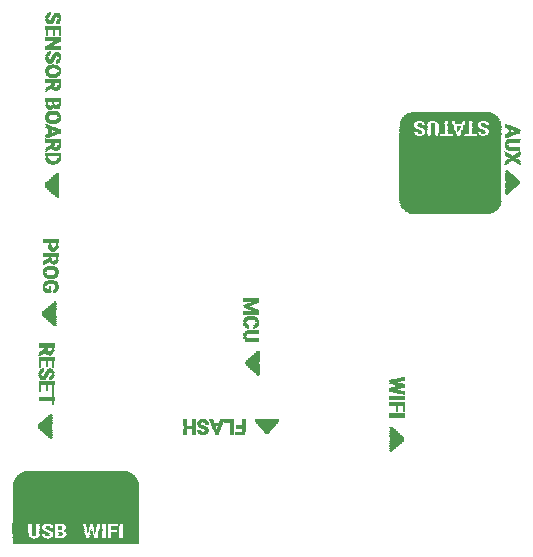
<source format=gto>
G04 EAGLE Gerber RS-274X export*
G75*
%MOMM*%
%FSLAX34Y34*%
%LPD*%
%INTop Silkscreen*%
%IPPOS*%
%AMOC8*
5,1,8,0,0,1.08239X$1,22.5*%
G01*
%ADD10R,10.668000X0.033781*%
%ADD11R,10.668000X0.034037*%
%ADD12R,1.727200X0.033781*%
%ADD13R,0.982981X0.033781*%
%ADD14R,7.586981X0.033781*%
%ADD15R,1.590037X0.033781*%
%ADD16R,0.711200X0.033781*%
%ADD17R,0.373381X0.033781*%
%ADD18R,1.930400X0.033781*%
%ADD19R,0.370838X0.033781*%
%ADD20R,0.439419X0.033781*%
%ADD21R,0.203200X0.033781*%
%ADD22R,1.356363X0.033781*%
%ADD23R,1.524000X0.034037*%
%ADD24R,0.576581X0.034037*%
%ADD25R,0.304800X0.034037*%
%ADD26R,1.828800X0.034037*%
%ADD27R,0.370838X0.034037*%
%ADD28R,0.406400X0.034037*%
%ADD29R,0.203200X0.034037*%
%ADD30R,0.711200X0.034037*%
%ADD31R,1.356363X0.034037*%
%ADD32R,1.488438X0.033781*%
%ADD33R,0.271781X0.033781*%
%ADD34R,1.795781X0.033781*%
%ADD35R,0.337819X0.033781*%
%ADD36R,0.406400X0.033781*%
%ADD37R,1.455419X0.033781*%
%ADD38R,0.236219X0.033781*%
%ADD39R,1.762763X0.033781*%
%ADD40R,1.422400X0.034037*%
%ADD41R,1.691638X0.034037*%
%ADD42R,1.386838X0.033781*%
%ADD43R,0.269238X0.033781*%
%ADD44R,1.658619X0.033781*%
%ADD45R,0.304800X0.033781*%
%ADD46R,0.170181X0.033781*%
%ADD47R,1.353819X0.034037*%
%ADD48R,0.337819X0.034037*%
%ADD49R,0.373381X0.034037*%
%ADD50R,0.170181X0.034037*%
%ADD51R,1.625600X0.034037*%
%ADD52R,0.271781X0.034037*%
%ADD53R,1.353819X0.033781*%
%ADD54R,1.592581X0.033781*%
%ADD55R,0.238763X0.033781*%
%ADD56R,1.592581X0.034037*%
%ADD57R,0.238763X0.034037*%
%ADD58R,1.320800X0.033781*%
%ADD59R,0.812800X0.033781*%
%ADD60R,0.035563X0.033781*%
%ADD61R,1.320800X0.034037*%
%ADD62R,0.779781X0.034037*%
%ADD63R,1.559563X0.034037*%
%ADD64R,0.167637X0.034037*%
%ADD65R,0.035563X0.034037*%
%ADD66R,0.068581X0.033781*%
%ADD67R,0.167637X0.033781*%
%ADD68R,0.609600X0.033781*%
%ADD69R,0.134619X0.033781*%
%ADD70R,0.508000X0.034037*%
%ADD71R,0.236219X0.034037*%
%ADD72R,0.068581X0.034037*%
%ADD73R,0.134619X0.034037*%
%ADD74R,0.441963X0.033781*%
%ADD75R,1.625600X0.033781*%
%ADD76R,0.101600X0.033781*%
%ADD77R,0.340363X0.034037*%
%ADD78R,0.101600X0.034037*%
%ADD79R,0.269238X0.034037*%
%ADD80R,0.541019X0.033781*%
%ADD81R,0.609600X0.034037*%
%ADD82R,1.557019X0.034037*%
%ADD83R,1.524000X0.033781*%
%ADD84R,0.779781X0.033781*%
%ADD85R,0.812800X0.034037*%
%ADD86R,1.490981X0.033781*%
%ADD87R,1.490981X0.034037*%
%ADD88R,1.488438X0.034037*%
%ADD89R,0.137162X0.034037*%
%ADD90R,0.137162X0.033781*%
%ADD91R,2.844800X0.034037*%
%ADD92R,7.586981X0.034037*%
%ADD93R,10.634981X0.033781*%
%ADD94R,10.599419X0.034037*%
%ADD95R,10.599419X0.033781*%
%ADD96R,10.566400X0.033781*%
%ADD97R,10.533381X0.033781*%
%ADD98R,10.533381X0.034037*%
%ADD99R,10.497819X0.033781*%
%ADD100R,10.464800X0.033781*%
%ADD101R,10.464800X0.034037*%
%ADD102R,10.396219X0.033781*%
%ADD103R,10.330181X0.034037*%
%ADD104R,10.294619X0.033781*%
%ADD105R,10.261600X0.033781*%
%ADD106R,10.228581X0.034037*%
%ADD107R,10.193019X0.033781*%
%ADD108R,10.126981X0.033781*%
%ADD109R,10.058400X0.034037*%
%ADD110R,9.989819X0.033781*%
%ADD111R,9.923781X0.033781*%
%ADD112R,9.855200X0.034037*%
%ADD113R,9.786619X0.033781*%
%ADD114R,9.720581X0.033781*%
%ADD115R,9.652000X0.034037*%
%ADD116R,9.550400X0.033781*%
%ADD117R,9.448800X0.033781*%
%ADD118R,9.314181X0.034037*%
%ADD119R,9.177019X0.033781*%
%ADD120R,9.042400X0.033781*%
%ADD121R,8.839200X0.034037*%
%ADD122R,8.567419X0.033781*%
%ADD123R,0.439419X0.034037*%
%ADD124R,0.474981X0.033781*%
%ADD125R,0.508000X0.033781*%
%ADD126R,0.541019X0.034037*%
%ADD127R,0.576581X0.033781*%
%ADD128R,0.678181X0.034037*%
%ADD129R,0.744219X0.033781*%
%ADD130R,0.845819X0.033781*%
%ADD131R,0.881381X0.034037*%
%ADD132R,0.947419X0.033781*%
%ADD133R,1.016000X0.034037*%
%ADD134R,1.049019X0.033781*%
%ADD135R,1.084581X0.033781*%
%ADD136R,1.117600X0.034037*%
%ADD137R,1.150619X0.033781*%
%ADD138R,1.219200X0.033781*%
%ADD139R,1.219200X0.034037*%
%ADD140R,1.252219X0.033781*%
%ADD141R,1.252219X0.034037*%
%ADD142R,1.186181X0.033781*%
%ADD143R,0.340363X0.033781*%
%ADD144R,0.474981X0.034037*%
%ADD145R,0.543563X0.033781*%
%ADD146R,0.848363X0.033781*%
%ADD147R,0.914400X0.033781*%
%ADD148R,0.574037X0.034037*%
%ADD149R,0.848363X0.034037*%
%ADD150R,0.645163X0.033781*%
%ADD151R,0.678181X0.033781*%
%ADD152R,0.746762X0.033781*%
%ADD153R,0.881381X0.033781*%
%ADD154R,0.642619X0.034037*%
%ADD155R,0.574037X0.033781*%
%ADD156R,0.949963X0.034037*%
%ADD157R,0.645163X0.034037*%
%ADD158R,1.016000X0.033781*%
%ADD159R,0.777238X0.033781*%
%ADD160R,1.051562X0.034037*%
%ADD161R,1.153163X0.033781*%
%ADD162R,1.186181X0.034037*%
%ADD163R,1.049019X0.034037*%
%ADD164R,0.980438X0.034037*%
%ADD165R,1.051562X0.033781*%
%ADD166R,1.117600X0.033781*%
%ADD167R,1.254763X0.034037*%
%ADD168R,1.183638X0.034037*%
%ADD169R,1.254763X0.033781*%
%ADD170R,1.457963X0.033781*%
%ADD171R,0.914400X0.034037*%
%ADD172R,1.661163X0.033781*%
%ADD173R,1.084581X0.034037*%
%ADD174R,1.727200X0.034037*%
%ADD175R,1.793238X0.033781*%
%ADD176R,1.828800X0.033781*%
%ADD177R,1.864363X0.034037*%
%ADD178R,1.996438X0.033781*%
%ADD179R,2.067563X0.034037*%
%ADD180R,2.067563X0.033781*%
%ADD181R,1.287781X0.033781*%
%ADD182R,1.287781X0.034037*%
%ADD183R,1.285238X0.033781*%
%ADD184R,1.285238X0.034037*%
%ADD185R,0.543563X0.034037*%
%ADD186R,1.150619X0.034037*%
%ADD187R,0.642619X0.033781*%
%ADD188R,0.982981X0.034037*%
%ADD189R,1.153163X0.034037*%
%ADD190R,0.066037X0.033781*%
%ADD191R,0.472438X0.033781*%
%ADD192R,0.675638X0.034037*%
%ADD193R,1.183638X0.033781*%
%ADD194R,0.845819X0.034037*%
%ADD195R,0.947419X0.034037*%
%ADD196R,0.744219X0.034037*%
%ADD197R,0.441963X0.034037*%
%ADD198R,0.777238X0.034037*%
%ADD199R,6.568437X0.033781*%
%ADD200R,6.842763X0.034037*%
%ADD201R,7.010400X0.033781*%
%ADD202R,7.178038X0.033781*%
%ADD203R,7.315200X0.034037*%
%ADD204R,7.416800X0.033781*%
%ADD205R,7.551419X0.033781*%
%ADD206R,7.620000X0.034037*%
%ADD207R,7.721600X0.033781*%
%ADD208R,7.787638X0.033781*%
%ADD209R,7.858763X0.034037*%
%ADD210R,7.924800X0.033781*%
%ADD211R,7.990838X0.033781*%
%ADD212R,8.061962X0.034037*%
%ADD213R,8.094981X0.033781*%
%ADD214R,8.161019X0.033781*%
%ADD215R,8.194038X0.034037*%
%ADD216R,8.229600X0.033781*%
%ADD217R,8.298181X0.033781*%
%ADD218R,8.331200X0.034037*%
%ADD219R,8.364219X0.033781*%
%ADD220R,8.397238X0.033781*%
%ADD221R,8.432800X0.034037*%
%ADD222R,8.468362X0.033781*%
%ADD223R,8.501381X0.034037*%
%ADD224R,0.949963X0.033781*%
%ADD225R,8.534400X0.033781*%
%ADD226R,8.567419X0.034037*%
%ADD227R,8.600437X0.033781*%
%ADD228R,8.600437X0.034037*%
%ADD229R,8.636000X0.033781*%
%ADD230R,8.636000X0.034037*%
%ADD231R,0.746762X0.034037*%
%ADD232R,0.675638X0.033781*%
%ADD233R,0.878838X0.034037*%
%ADD234R,1.082037X0.034037*%
%ADD235R,1.082037X0.033781*%
%ADD236R,0.033019X0.033781*%
%ADD237R,0.066037X0.034037*%
%ADD238R,0.472438X0.034037*%
%ADD239R,0.878838X0.033781*%
%ADD240R,1.457963X0.034037*%
%ADD241R,1.389381X0.033781*%
%ADD242R,1.864363X0.033781*%
%ADD243R,1.422400X0.033781*%
%ADD244R,1.389381X0.034037*%
%ADD245R,8.265163X0.033781*%
%ADD246R,8.026400X0.034037*%
%ADD247R,7.957819X0.033781*%
%ADD248R,7.754619X0.033781*%
%ADD249R,7.688581X0.033781*%
%ADD250R,7.518400X0.033781*%
%ADD251R,7.282181X0.034037*%
%ADD252R,7.145019X0.033781*%
%ADD253R,6.974838X0.033781*%
%ADD254R,6.771638X0.034037*%
%ADD255R,6.436363X0.033781*%


D10*
X112447Y338D03*
D11*
X112447Y677D03*
D10*
X112447Y1017D03*
X112447Y1354D03*
D11*
X112447Y1693D03*
D10*
X112447Y2033D03*
X112447Y2370D03*
D11*
X112447Y2709D03*
D10*
X112447Y3049D03*
X112447Y3386D03*
D11*
X112447Y3725D03*
D12*
X67743Y4065D03*
D13*
X82970Y4065D03*
D14*
X127852Y4065D03*
D15*
X67057Y4402D03*
D16*
X82983Y4402D03*
D17*
X93130Y4402D03*
D18*
X111431Y4402D03*
D19*
X125985Y4402D03*
D20*
X132754Y4402D03*
D21*
X138685Y4402D03*
D16*
X145975Y4402D03*
D22*
X159005Y4402D03*
D23*
X66727Y4741D03*
D24*
X82970Y4741D03*
D25*
X93473Y4741D03*
D26*
X111939Y4741D03*
D27*
X125985Y4741D03*
D28*
X132919Y4741D03*
D29*
X138685Y4741D03*
D30*
X145975Y4741D03*
D31*
X159005Y4741D03*
D32*
X66549Y5081D03*
D20*
X82970Y5081D03*
D33*
X93638Y5081D03*
D34*
X112104Y5081D03*
D35*
X125820Y5081D03*
D36*
X132919Y5081D03*
D21*
X138685Y5081D03*
D16*
X145975Y5081D03*
D22*
X159005Y5081D03*
D37*
X66384Y5418D03*
D17*
X82970Y5418D03*
D38*
X93816Y5418D03*
D39*
X112269Y5418D03*
D35*
X125820Y5418D03*
D36*
X132919Y5418D03*
D21*
X138685Y5418D03*
D16*
X145975Y5418D03*
D22*
X159005Y5418D03*
D40*
X66219Y5757D03*
D25*
X82983Y5757D03*
D29*
X93981Y5757D03*
D41*
X112269Y5757D03*
D25*
X125985Y5757D03*
D28*
X132919Y5757D03*
D29*
X138685Y5757D03*
D30*
X145975Y5757D03*
D31*
X159005Y5757D03*
D42*
X66041Y6097D03*
D43*
X82805Y6097D03*
D21*
X93981Y6097D03*
D44*
X112434Y6097D03*
D45*
X125985Y6097D03*
D36*
X132919Y6097D03*
D21*
X138685Y6097D03*
D16*
X145975Y6097D03*
D22*
X159005Y6097D03*
D42*
X66041Y6434D03*
D21*
X77395Y6434D03*
D38*
X82970Y6434D03*
X88736Y6434D03*
D46*
X94146Y6434D03*
D43*
X99061Y6434D03*
D44*
X112434Y6434D03*
D45*
X125985Y6434D03*
D19*
X133097Y6434D03*
D21*
X138685Y6434D03*
D16*
X145975Y6434D03*
D22*
X159005Y6434D03*
D47*
X65876Y6773D03*
D48*
X77382Y6773D03*
D29*
X82805Y6773D03*
D49*
X88736Y6773D03*
D50*
X94146Y6773D03*
D48*
X99404Y6773D03*
D51*
X112599Y6773D03*
D52*
X125820Y6773D03*
D27*
X133097Y6773D03*
D29*
X138685Y6773D03*
D30*
X145975Y6773D03*
D31*
X159005Y6773D03*
D53*
X65876Y7113D03*
D19*
X77217Y7113D03*
D46*
X82970Y7113D03*
D36*
X88571Y7113D03*
D46*
X94146Y7113D03*
D19*
X99569Y7113D03*
D54*
X112434Y7113D03*
D55*
X125985Y7113D03*
D19*
X133097Y7113D03*
D21*
X138685Y7113D03*
D16*
X145975Y7113D03*
D22*
X159005Y7113D03*
D53*
X65876Y7450D03*
D36*
X77395Y7450D03*
D46*
X82970Y7450D03*
D36*
X88571Y7450D03*
D46*
X94146Y7450D03*
D36*
X99747Y7450D03*
D54*
X112434Y7450D03*
D55*
X125985Y7450D03*
D19*
X133097Y7450D03*
D21*
X138685Y7450D03*
D16*
X145975Y7450D03*
D22*
X159005Y7450D03*
D47*
X65876Y7789D03*
D28*
X77395Y7789D03*
D50*
X82970Y7789D03*
D28*
X88571Y7789D03*
D50*
X94146Y7789D03*
D28*
X99747Y7789D03*
D56*
X112434Y7789D03*
D57*
X125985Y7789D03*
D48*
X133262Y7789D03*
D29*
X138685Y7789D03*
D30*
X145975Y7789D03*
D31*
X159005Y7789D03*
D53*
X65876Y8129D03*
D36*
X77395Y8129D03*
D46*
X82970Y8129D03*
D36*
X88571Y8129D03*
D46*
X94146Y8129D03*
D36*
X99747Y8129D03*
D54*
X112434Y8129D03*
D21*
X125807Y8129D03*
D35*
X133262Y8129D03*
D21*
X138685Y8129D03*
D16*
X145975Y8129D03*
D22*
X159005Y8129D03*
D58*
X65711Y8466D03*
D36*
X77395Y8466D03*
D59*
X86183Y8466D03*
D46*
X94146Y8466D03*
D36*
X99747Y8466D03*
D54*
X112434Y8466D03*
D21*
X125807Y8466D03*
D60*
X129033Y8466D03*
D35*
X133262Y8466D03*
D21*
X138685Y8466D03*
D16*
X145975Y8466D03*
D22*
X159005Y8466D03*
D61*
X65711Y8805D03*
D28*
X77395Y8805D03*
D62*
X86018Y8805D03*
D50*
X94146Y8805D03*
D28*
X99747Y8805D03*
D63*
X112269Y8805D03*
D64*
X125985Y8805D03*
D65*
X129033Y8805D03*
D48*
X133262Y8805D03*
D29*
X138685Y8805D03*
D30*
X145975Y8805D03*
D31*
X159005Y8805D03*
D58*
X65711Y9145D03*
D36*
X77395Y9145D03*
D16*
X85675Y9145D03*
D21*
X93981Y9145D03*
D19*
X99569Y9145D03*
D54*
X112104Y9145D03*
D66*
X122772Y9145D03*
D67*
X125985Y9145D03*
D60*
X129033Y9145D03*
D35*
X133262Y9145D03*
D21*
X138685Y9145D03*
D16*
X145975Y9145D03*
D22*
X159005Y9145D03*
D58*
X65711Y9482D03*
D36*
X77395Y9482D03*
D68*
X85167Y9482D03*
D21*
X93981Y9482D03*
D45*
X99239Y9482D03*
D54*
X112104Y9482D03*
D66*
X122772Y9482D03*
D69*
X125820Y9482D03*
D60*
X129033Y9482D03*
D45*
X133427Y9482D03*
D21*
X138685Y9482D03*
X148515Y9482D03*
D22*
X159005Y9482D03*
D61*
X65711Y9821D03*
D28*
X77395Y9821D03*
D70*
X84659Y9821D03*
D71*
X93816Y9821D03*
D51*
X111939Y9821D03*
D72*
X122772Y9821D03*
D73*
X125820Y9821D03*
D72*
X128868Y9821D03*
D25*
X133427Y9821D03*
D29*
X138685Y9821D03*
X148515Y9821D03*
D31*
X159005Y9821D03*
D58*
X65711Y10161D03*
D36*
X77395Y10161D03*
D74*
X84329Y10161D03*
D33*
X93638Y10161D03*
D75*
X111583Y10161D03*
D66*
X122772Y10161D03*
D76*
X125985Y10161D03*
X129033Y10161D03*
D45*
X133427Y10161D03*
D21*
X138685Y10161D03*
X148515Y10161D03*
D22*
X159005Y10161D03*
D58*
X65711Y10498D03*
D36*
X77395Y10498D03*
D17*
X83986Y10498D03*
D45*
X93473Y10498D03*
D44*
X111418Y10498D03*
D76*
X122937Y10498D03*
X125985Y10498D03*
X129033Y10498D03*
D45*
X133427Y10498D03*
D21*
X138685Y10498D03*
X148515Y10498D03*
D22*
X159005Y10498D03*
D61*
X65711Y10837D03*
D28*
X77395Y10837D03*
D77*
X83821Y10837D03*
D49*
X93130Y10837D03*
D41*
X111253Y10837D03*
D78*
X122937Y10837D03*
D72*
X125820Y10837D03*
D78*
X129033Y10837D03*
D79*
X133605Y10837D03*
D29*
X138685Y10837D03*
X148515Y10837D03*
D31*
X159005Y10837D03*
D58*
X65711Y11177D03*
D36*
X77395Y11177D03*
D45*
X83643Y11177D03*
D20*
X92800Y11177D03*
D44*
X111418Y11177D03*
D69*
X122772Y11177D03*
D66*
X125820Y11177D03*
D76*
X129033Y11177D03*
D43*
X133605Y11177D03*
D21*
X138685Y11177D03*
X148515Y11177D03*
D22*
X159005Y11177D03*
D58*
X65711Y11514D03*
D36*
X77395Y11514D03*
D33*
X83478Y11514D03*
D80*
X92292Y11514D03*
D75*
X111583Y11514D03*
D69*
X122772Y11514D03*
D60*
X125985Y11514D03*
D69*
X128868Y11514D03*
D43*
X133605Y11514D03*
D21*
X138685Y11514D03*
D55*
X148337Y11514D03*
D22*
X159005Y11514D03*
D61*
X65711Y11853D03*
D28*
X77395Y11853D03*
D57*
X83313Y11853D03*
D81*
X91949Y11853D03*
D25*
X99239Y11853D03*
D82*
X111596Y11853D03*
D73*
X122772Y11853D03*
D65*
X125985Y11853D03*
D64*
X129033Y11853D03*
D79*
X133605Y11853D03*
D29*
X138685Y11853D03*
D30*
X145975Y11853D03*
D31*
X159005Y11853D03*
D58*
X65711Y12193D03*
D36*
X77395Y12193D03*
D21*
X83135Y12193D03*
D16*
X91441Y12193D03*
D35*
X99404Y12193D03*
D83*
X111761Y12193D03*
D67*
X122937Y12193D03*
X129033Y12193D03*
D43*
X133605Y12193D03*
D21*
X138685Y12193D03*
D16*
X145975Y12193D03*
D22*
X159005Y12193D03*
D58*
X65711Y12530D03*
D36*
X77395Y12530D03*
D21*
X83135Y12530D03*
D84*
X91098Y12530D03*
D19*
X99569Y12530D03*
D83*
X111761Y12530D03*
D67*
X122937Y12530D03*
X129033Y12530D03*
D38*
X133770Y12530D03*
D21*
X138685Y12530D03*
D16*
X145975Y12530D03*
D22*
X159005Y12530D03*
D61*
X65711Y12869D03*
D28*
X77395Y12869D03*
D29*
X83135Y12869D03*
D85*
X90933Y12869D03*
D27*
X99569Y12869D03*
D23*
X111761Y12869D03*
D29*
X122759Y12869D03*
X128855Y12869D03*
D71*
X133770Y12869D03*
D29*
X138685Y12869D03*
D30*
X145975Y12869D03*
D31*
X159005Y12869D03*
D58*
X65711Y13209D03*
D36*
X77395Y13209D03*
D21*
X83135Y13209D03*
D17*
X88736Y13209D03*
D46*
X94146Y13209D03*
D19*
X99569Y13209D03*
D86*
X111596Y13209D03*
D21*
X122759Y13209D03*
X128855Y13209D03*
D38*
X133770Y13209D03*
D21*
X138685Y13209D03*
D16*
X145975Y13209D03*
D22*
X159005Y13209D03*
D58*
X65711Y13546D03*
D36*
X77395Y13546D03*
D21*
X83135Y13546D03*
D17*
X88736Y13546D03*
D46*
X94146Y13546D03*
D19*
X99569Y13546D03*
D86*
X111596Y13546D03*
D55*
X122937Y13546D03*
X129033Y13546D03*
D38*
X133770Y13546D03*
D21*
X138685Y13546D03*
D16*
X145975Y13546D03*
D22*
X159005Y13546D03*
D61*
X65711Y13885D03*
D28*
X77395Y13885D03*
D29*
X83135Y13885D03*
D49*
X88736Y13885D03*
D50*
X94146Y13885D03*
D27*
X99569Y13885D03*
D87*
X111596Y13885D03*
D57*
X122937Y13885D03*
X129033Y13885D03*
D29*
X133935Y13885D03*
X138685Y13885D03*
D30*
X145975Y13885D03*
D31*
X159005Y13885D03*
D58*
X65711Y14225D03*
D36*
X77395Y14225D03*
D21*
X83135Y14225D03*
D45*
X88723Y14225D03*
D46*
X94146Y14225D03*
D35*
X99404Y14225D03*
D86*
X111596Y14225D03*
D55*
X122937Y14225D03*
D33*
X128868Y14225D03*
D21*
X133935Y14225D03*
X138685Y14225D03*
D16*
X145975Y14225D03*
D22*
X159005Y14225D03*
D58*
X65711Y14562D03*
D36*
X77395Y14562D03*
D21*
X83135Y14562D03*
D38*
X88736Y14562D03*
D21*
X93981Y14562D03*
D38*
X98896Y14562D03*
D86*
X111596Y14562D03*
D33*
X122772Y14562D03*
X128868Y14562D03*
D21*
X133935Y14562D03*
X138685Y14562D03*
D16*
X145975Y14562D03*
D22*
X159005Y14562D03*
D61*
X65711Y14901D03*
D28*
X77395Y14901D03*
D57*
X83313Y14901D03*
D29*
X93981Y14901D03*
D88*
X111253Y14901D03*
D25*
X122937Y14901D03*
D52*
X128868Y14901D03*
D29*
X133935Y14901D03*
X138685Y14901D03*
D89*
X148845Y14901D03*
D31*
X159005Y14901D03*
D58*
X65711Y15241D03*
D36*
X77395Y15241D03*
D55*
X83313Y15241D03*
D38*
X93816Y15241D03*
D32*
X111253Y15241D03*
D45*
X122937Y15241D03*
X129033Y15241D03*
D21*
X133935Y15241D03*
X138685Y15241D03*
D90*
X148845Y15241D03*
D22*
X159005Y15241D03*
D58*
X65711Y15578D03*
D36*
X77395Y15578D03*
D33*
X83478Y15578D03*
D38*
X93816Y15578D03*
D83*
X111075Y15578D03*
D45*
X122937Y15578D03*
X129033Y15578D03*
D67*
X134113Y15578D03*
D21*
X138685Y15578D03*
D90*
X148845Y15578D03*
D22*
X159005Y15578D03*
D61*
X65711Y15917D03*
D28*
X77395Y15917D03*
D25*
X83643Y15917D03*
D52*
X93638Y15917D03*
D82*
X110910Y15917D03*
D25*
X122937Y15917D03*
D48*
X128868Y15917D03*
D64*
X134113Y15917D03*
D29*
X138685Y15917D03*
D89*
X148845Y15917D03*
D31*
X159005Y15917D03*
D58*
X65711Y16257D03*
D36*
X77395Y16257D03*
D17*
X83986Y16257D03*
D35*
X93308Y16257D03*
D54*
X110402Y16257D03*
D35*
X122772Y16257D03*
X128868Y16257D03*
D67*
X134113Y16257D03*
D21*
X138685Y16257D03*
D90*
X148845Y16257D03*
D22*
X159005Y16257D03*
D58*
X65711Y16594D03*
D36*
X77395Y16594D03*
D74*
X84329Y16594D03*
D36*
X92965Y16594D03*
D44*
X110072Y16594D03*
D19*
X122937Y16594D03*
D35*
X128868Y16594D03*
D67*
X134113Y16594D03*
D21*
X138685Y16594D03*
D90*
X148845Y16594D03*
D22*
X159005Y16594D03*
D91*
X73331Y16933D03*
D92*
X127852Y16933D03*
D10*
X112447Y17273D03*
X112447Y17610D03*
D11*
X112447Y17949D03*
D10*
X112447Y18289D03*
X112447Y18626D03*
D11*
X112447Y18965D03*
D10*
X112447Y19305D03*
X112447Y19642D03*
D11*
X112447Y19981D03*
D10*
X112447Y20321D03*
X112447Y20658D03*
D11*
X112447Y20997D03*
D10*
X112447Y21337D03*
X112447Y21674D03*
D11*
X112447Y22013D03*
D10*
X112447Y22353D03*
X112447Y22690D03*
D11*
X112447Y23029D03*
D10*
X112447Y23369D03*
X112447Y23706D03*
D11*
X112447Y24045D03*
D10*
X112447Y24385D03*
X112447Y24722D03*
D11*
X112447Y25061D03*
D10*
X112447Y25401D03*
X112447Y25738D03*
D11*
X112447Y26077D03*
D10*
X112447Y26417D03*
X112447Y26754D03*
D11*
X112447Y27093D03*
D10*
X112447Y27433D03*
X112447Y27770D03*
D11*
X112447Y28109D03*
D10*
X112447Y28449D03*
X112447Y28786D03*
D11*
X112447Y29125D03*
D10*
X112447Y29465D03*
X112447Y29802D03*
D11*
X112447Y30141D03*
D10*
X112447Y30481D03*
X112447Y30818D03*
D11*
X112447Y31157D03*
D10*
X112447Y31497D03*
X112447Y31834D03*
D11*
X112447Y32173D03*
D10*
X112447Y32513D03*
X112447Y32850D03*
D11*
X112447Y33189D03*
D10*
X112447Y33529D03*
X112447Y33866D03*
D11*
X112447Y34205D03*
D10*
X112447Y34545D03*
X112447Y34882D03*
D11*
X112447Y35221D03*
D10*
X112447Y35561D03*
X112447Y35898D03*
D11*
X112447Y36237D03*
D10*
X112447Y36577D03*
X112447Y36914D03*
D11*
X112447Y37253D03*
D10*
X112447Y37593D03*
X112447Y37930D03*
D11*
X112447Y38269D03*
D10*
X112447Y38609D03*
X112447Y38946D03*
D11*
X112447Y39285D03*
D10*
X112447Y39625D03*
X112447Y39962D03*
D11*
X112447Y40301D03*
D10*
X112447Y40641D03*
X112447Y40978D03*
D11*
X112447Y41317D03*
D10*
X112447Y41657D03*
X112447Y41994D03*
D11*
X112447Y42333D03*
D10*
X112447Y42673D03*
X112447Y43010D03*
D11*
X112447Y43349D03*
D10*
X112447Y43689D03*
X112447Y44026D03*
D11*
X112447Y44365D03*
D10*
X112447Y44705D03*
X112447Y45042D03*
D11*
X112447Y45381D03*
D10*
X112447Y45721D03*
X112447Y46058D03*
D11*
X112447Y46397D03*
D10*
X112447Y46737D03*
X112447Y47074D03*
D11*
X112447Y47413D03*
D10*
X112447Y47753D03*
X112447Y48090D03*
D11*
X112447Y48429D03*
D10*
X112447Y48769D03*
X112447Y49106D03*
D11*
X112447Y49445D03*
D10*
X112447Y49785D03*
D93*
X112612Y50122D03*
D94*
X112434Y50461D03*
D95*
X112434Y50801D03*
X112434Y51138D03*
D94*
X112434Y51477D03*
D96*
X112599Y51817D03*
D97*
X112434Y52154D03*
D98*
X112434Y52493D03*
D99*
X112612Y52833D03*
D100*
X112447Y53170D03*
D101*
X112447Y53509D03*
D102*
X112434Y53849D03*
X112434Y54186D03*
D103*
X112434Y54525D03*
D104*
X112612Y54865D03*
D105*
X112447Y55202D03*
D106*
X112612Y55541D03*
D107*
X112434Y55881D03*
D108*
X112434Y56218D03*
D109*
X112447Y56557D03*
D110*
X112434Y56897D03*
D111*
X112434Y57234D03*
D112*
X112447Y57573D03*
D113*
X112434Y57913D03*
D114*
X112434Y58250D03*
D115*
X112447Y58589D03*
D116*
X112599Y58929D03*
D117*
X112447Y59266D03*
D118*
X112434Y59605D03*
D119*
X112434Y59945D03*
D120*
X112447Y60282D03*
D121*
X112447Y60621D03*
D122*
X112434Y60961D03*
D73*
X379819Y78232D03*
D21*
X379806Y78571D03*
D33*
X379819Y78909D03*
D25*
X379984Y79248D03*
D35*
X380149Y79587D03*
D17*
X380327Y79925D03*
D123*
X380657Y80264D03*
D124*
X380835Y80603D03*
D125*
X381000Y80941D03*
D126*
X381165Y81280D03*
D127*
X381343Y81619D03*
D68*
X381508Y81957D03*
D128*
X381851Y82296D03*
D16*
X382016Y82635D03*
D129*
X382181Y82973D03*
D62*
X382359Y83312D03*
D59*
X382524Y83651D03*
D130*
X382689Y83989D03*
D131*
X382867Y84328D03*
D132*
X383197Y84667D03*
D13*
X383375Y85005D03*
D133*
X383540Y85344D03*
D134*
X383705Y85683D03*
D135*
X383883Y86021D03*
D136*
X384048Y86360D03*
D137*
X384213Y86699D03*
D138*
X384556Y87037D03*
D139*
X384556Y87376D03*
D140*
X384721Y87715D03*
X384721Y88053D03*
D141*
X384721Y88392D03*
D140*
X384721Y88731D03*
D67*
X91440Y89069D03*
D140*
X384721Y89069D03*
D57*
X91440Y89408D03*
D139*
X384556Y89408D03*
D33*
X91275Y89747D03*
D142*
X384391Y89747D03*
D143*
X90932Y90085D03*
D137*
X384213Y90085D03*
D49*
X90767Y90424D03*
D136*
X384048Y90424D03*
D36*
X90602Y90763D03*
D135*
X383883Y90763D03*
D74*
X90424Y91101D03*
D134*
X383705Y91101D03*
D144*
X90259Y91440D03*
D133*
X383540Y91440D03*
D125*
X90094Y91779D03*
D132*
X383197Y91779D03*
D145*
X89916Y92117D03*
D33*
X205067Y92117D03*
D45*
X212674Y92117D03*
D36*
X220294Y92117D03*
D33*
X231813Y92117D03*
X245021Y92117D03*
D146*
X251968Y92117D03*
D147*
X383032Y92117D03*
D81*
X89586Y92456D03*
D52*
X205067Y92456D03*
D25*
X212674Y92456D03*
D148*
X220472Y92456D03*
D25*
X231978Y92456D03*
D52*
X245021Y92456D03*
D149*
X251968Y92456D03*
D131*
X382867Y92456D03*
D150*
X89408Y92795D03*
D33*
X205067Y92795D03*
D45*
X212674Y92795D03*
D151*
X220307Y92795D03*
D35*
X231813Y92795D03*
D33*
X245021Y92795D03*
D146*
X251968Y92795D03*
D130*
X382689Y92795D03*
D151*
X89243Y93133D03*
D33*
X205067Y93133D03*
D45*
X212674Y93133D03*
D129*
X220307Y93133D03*
D35*
X231813Y93133D03*
D33*
X245021Y93133D03*
D146*
X251968Y93133D03*
D55*
X274320Y93133D03*
D59*
X382524Y93133D03*
D30*
X89078Y93472D03*
D52*
X205067Y93472D03*
D25*
X212674Y93472D03*
D85*
X220294Y93472D03*
D28*
X231826Y93472D03*
D52*
X245021Y93472D03*
D149*
X251968Y93472D03*
D25*
X274320Y93472D03*
D62*
X382359Y93472D03*
D152*
X88900Y93811D03*
D33*
X205067Y93811D03*
D45*
X212674Y93811D03*
D153*
X220307Y93811D03*
D36*
X231826Y93811D03*
D33*
X245021Y93811D03*
D146*
X251968Y93811D03*
D19*
X274320Y93811D03*
D129*
X382181Y93811D03*
D84*
X88735Y94149D03*
D33*
X205067Y94149D03*
D45*
X212674Y94149D03*
D153*
X220307Y94149D03*
D36*
X231826Y94149D03*
D33*
X245021Y94149D03*
D146*
X251968Y94149D03*
D74*
X274320Y94149D03*
D151*
X381851Y94149D03*
D85*
X88570Y94488D03*
D52*
X205067Y94488D03*
D25*
X212674Y94488D03*
D27*
X217424Y94488D03*
D49*
X223177Y94488D03*
D144*
X231813Y94488D03*
D52*
X245021Y94488D03*
D25*
X254686Y94488D03*
D144*
X274155Y94488D03*
D154*
X381673Y94488D03*
D153*
X88227Y94827D03*
D33*
X205067Y94827D03*
D45*
X212674Y94827D03*
D35*
X217259Y94827D03*
D45*
X223520Y94827D03*
D124*
X231813Y94827D03*
D33*
X245021Y94827D03*
D45*
X254686Y94827D03*
D125*
X274320Y94827D03*
D68*
X381508Y94827D03*
D147*
X88062Y95165D03*
D33*
X205067Y95165D03*
D45*
X212674Y95165D03*
X217094Y95165D03*
X223520Y95165D03*
D125*
X231978Y95165D03*
D33*
X245021Y95165D03*
D45*
X254686Y95165D03*
D155*
X274320Y95165D03*
D127*
X381343Y95165D03*
D156*
X87884Y95504D03*
D52*
X205067Y95504D03*
D25*
X212674Y95504D03*
X217094Y95504D03*
X223520Y95504D03*
D126*
X231813Y95504D03*
D52*
X245021Y95504D03*
D25*
X254686Y95504D03*
D157*
X274320Y95504D03*
D126*
X381165Y95504D03*
D13*
X87719Y95843D03*
D33*
X205067Y95843D03*
D45*
X212674Y95843D03*
X217094Y95843D03*
X223520Y95843D03*
D80*
X231813Y95843D03*
D33*
X245021Y95843D03*
D45*
X254686Y95843D03*
D16*
X274320Y95843D03*
D125*
X381000Y95843D03*
D158*
X87554Y96181D03*
D33*
X205067Y96181D03*
D45*
X212674Y96181D03*
D35*
X223355Y96181D03*
D68*
X231826Y96181D03*
D33*
X245021Y96181D03*
D45*
X254686Y96181D03*
D159*
X274320Y96181D03*
D124*
X380835Y96181D03*
D160*
X87376Y96520D03*
D52*
X205067Y96520D03*
D25*
X212674Y96520D03*
D49*
X223177Y96520D03*
D25*
X230302Y96520D03*
D52*
X233515Y96520D03*
X245021Y96520D03*
D25*
X254686Y96520D03*
D149*
X274320Y96520D03*
D28*
X380492Y96520D03*
D135*
X87211Y96859D03*
D33*
X205067Y96859D03*
D45*
X212674Y96859D03*
D36*
X222682Y96859D03*
D43*
X230124Y96859D03*
D33*
X233515Y96859D03*
X245021Y96859D03*
D45*
X254686Y96859D03*
D153*
X274155Y96859D03*
D17*
X380327Y96859D03*
D161*
X86868Y97197D03*
D134*
X208953Y97197D03*
D125*
X222174Y97197D03*
D45*
X229946Y97197D03*
X233680Y97197D03*
D33*
X245021Y97197D03*
D45*
X254686Y97197D03*
D132*
X274155Y97197D03*
D35*
X380149Y97197D03*
D162*
X86703Y97536D03*
D163*
X208953Y97536D03*
D148*
X221488Y97536D03*
D25*
X229946Y97536D03*
D52*
X233845Y97536D03*
X245021Y97536D03*
D62*
X252311Y97536D03*
D164*
X274320Y97536D03*
D25*
X379984Y97536D03*
D138*
X86538Y97875D03*
D134*
X208953Y97875D03*
D68*
X220980Y97875D03*
D33*
X229781Y97875D03*
D45*
X234010Y97875D03*
D33*
X245021Y97875D03*
D84*
X252311Y97875D03*
D165*
X274320Y97875D03*
D33*
X379819Y97875D03*
D138*
X86538Y98213D03*
D134*
X208953Y98213D03*
D150*
X220472Y98213D03*
D45*
X229616Y98213D03*
X234010Y98213D03*
D33*
X245021Y98213D03*
D84*
X252311Y98213D03*
D166*
X274320Y98213D03*
D21*
X379806Y98213D03*
D167*
X86360Y98552D03*
D163*
X208953Y98552D03*
D154*
X220129Y98552D03*
D25*
X229616Y98552D03*
D79*
X234188Y98552D03*
D52*
X245021Y98552D03*
D62*
X252311Y98552D03*
D168*
X274320Y98552D03*
D78*
X379654Y98552D03*
D169*
X86360Y98891D03*
D134*
X208953Y98891D03*
D68*
X219634Y98891D03*
D45*
X229286Y98891D03*
X234366Y98891D03*
D33*
X245021Y98891D03*
D84*
X252311Y98891D03*
D169*
X274320Y98891D03*
X86360Y99229D03*
D134*
X208953Y99229D03*
D127*
X219113Y99229D03*
D45*
X229286Y99229D03*
X234366Y99229D03*
D33*
X245021Y99229D03*
D84*
X252311Y99229D03*
D58*
X274320Y99229D03*
D167*
X86360Y99568D03*
D52*
X205067Y99568D03*
D25*
X212674Y99568D03*
D70*
X218440Y99568D03*
D79*
X229108Y99568D03*
D52*
X234531Y99568D03*
X245021Y99568D03*
D62*
X252311Y99568D03*
D47*
X274155Y99568D03*
D169*
X86360Y99907D03*
D33*
X205067Y99907D03*
D45*
X212674Y99907D03*
D36*
X217932Y99907D03*
D153*
X231813Y99907D03*
D33*
X245021Y99907D03*
D45*
X254686Y99907D03*
D42*
X274320Y99907D03*
D138*
X86538Y100245D03*
D33*
X205067Y100245D03*
D45*
X212674Y100245D03*
D19*
X217424Y100245D03*
D153*
X231813Y100245D03*
D33*
X245021Y100245D03*
D45*
X254686Y100245D03*
D170*
X274320Y100245D03*
D162*
X86703Y100584D03*
D52*
X205067Y100584D03*
D25*
X212674Y100584D03*
D48*
X217259Y100584D03*
D171*
X231978Y100584D03*
D52*
X245021Y100584D03*
D25*
X254686Y100584D03*
D23*
X274320Y100584D03*
D161*
X86868Y100923D03*
D33*
X205067Y100923D03*
D45*
X212674Y100923D03*
X217094Y100923D03*
D43*
X224028Y100923D03*
D132*
X231813Y100923D03*
D33*
X245021Y100923D03*
D45*
X254686Y100923D03*
D15*
X274320Y100923D03*
D166*
X87046Y101261D03*
D33*
X205067Y101261D03*
D45*
X212674Y101261D03*
X217094Y101261D03*
X223850Y101261D03*
D132*
X231813Y101261D03*
D33*
X245021Y101261D03*
D45*
X254686Y101261D03*
D172*
X274320Y101261D03*
D173*
X87211Y101600D03*
D52*
X205067Y101600D03*
D25*
X212674Y101600D03*
X217094Y101600D03*
X223850Y101600D03*
D133*
X231826Y101600D03*
D52*
X245021Y101600D03*
D25*
X254686Y101600D03*
D174*
X274320Y101600D03*
D158*
X87554Y101939D03*
D33*
X205067Y101939D03*
D45*
X212674Y101939D03*
X217094Y101939D03*
D35*
X223685Y101939D03*
D158*
X231826Y101939D03*
D33*
X245021Y101939D03*
D45*
X254686Y101939D03*
D175*
X274320Y101939D03*
D13*
X87719Y102277D03*
D33*
X205067Y102277D03*
D45*
X212674Y102277D03*
D35*
X217259Y102277D03*
D19*
X223520Y102277D03*
D45*
X228270Y102277D03*
X235382Y102277D03*
D33*
X245021Y102277D03*
D45*
X254686Y102277D03*
D176*
X274142Y102277D03*
D156*
X87884Y102616D03*
D52*
X205067Y102616D03*
D25*
X212674Y102616D03*
D28*
X217602Y102616D03*
D123*
X222847Y102616D03*
D25*
X227914Y102616D03*
X235712Y102616D03*
D85*
X242316Y102616D03*
D25*
X254686Y102616D03*
D177*
X274320Y102616D03*
D147*
X88062Y102955D03*
D33*
X205067Y102955D03*
D45*
X212674Y102955D03*
D147*
X220472Y102955D03*
D45*
X227914Y102955D03*
X235712Y102955D03*
D59*
X242316Y102955D03*
D45*
X254686Y102955D03*
D18*
X274320Y102955D03*
D153*
X88227Y103293D03*
D33*
X205067Y103293D03*
D45*
X212674Y103293D03*
D153*
X220307Y103293D03*
D45*
X227914Y103293D03*
D35*
X235877Y103293D03*
D59*
X242316Y103293D03*
D45*
X254686Y103293D03*
D178*
X274320Y103293D03*
D149*
X88392Y103632D03*
D52*
X205067Y103632D03*
D25*
X212674Y103632D03*
D85*
X220294Y103632D03*
D25*
X227584Y103632D03*
X236042Y103632D03*
D85*
X242316Y103632D03*
D25*
X254686Y103632D03*
D179*
X274320Y103632D03*
D84*
X88735Y103971D03*
D33*
X205067Y103971D03*
D45*
X212674Y103971D03*
D129*
X220307Y103971D03*
D45*
X227584Y103971D03*
X236042Y103971D03*
D59*
X242316Y103971D03*
D45*
X254686Y103971D03*
D180*
X274320Y103971D03*
D152*
X88900Y104309D03*
D33*
X205067Y104309D03*
D45*
X212674Y104309D03*
D68*
X220294Y104309D03*
D35*
X227419Y104309D03*
D143*
X236220Y104309D03*
D59*
X242316Y104309D03*
D45*
X254686Y104309D03*
D180*
X274320Y104309D03*
D30*
X89078Y104648D03*
D52*
X205067Y104648D03*
D25*
X212674Y104648D03*
D144*
X220307Y104648D03*
D25*
X227254Y104648D03*
X236398Y104648D03*
D85*
X242316Y104648D03*
D25*
X254686Y104648D03*
D179*
X274320Y104648D03*
D151*
X89243Y104987D03*
D46*
X220129Y104987D03*
D178*
X274320Y104987D03*
D150*
X89408Y105325D03*
D81*
X89586Y105664D03*
D127*
X89751Y106003D03*
D125*
X90094Y106341D03*
D144*
X90259Y106680D03*
D74*
X90424Y107019D03*
D181*
X384899Y107019D03*
D36*
X90602Y107357D03*
D181*
X384899Y107357D03*
D49*
X90767Y107696D03*
D182*
X384899Y107696D03*
D143*
X90932Y108035D03*
D181*
X384899Y108035D03*
D33*
X91275Y108373D03*
D181*
X384899Y108373D03*
D57*
X91440Y108712D03*
D182*
X384899Y108712D03*
D67*
X91440Y109051D03*
D181*
X384899Y109051D03*
X384899Y109389D03*
D182*
X384899Y109728D03*
D55*
X390144Y111421D03*
D57*
X390144Y111760D03*
D38*
X384721Y112099D03*
D55*
X390144Y112099D03*
D38*
X384721Y112437D03*
D55*
X390144Y112437D03*
D71*
X384721Y112776D03*
D57*
X390144Y112776D03*
D38*
X384721Y113115D03*
D55*
X390144Y113115D03*
D38*
X384721Y113453D03*
D55*
X390144Y113453D03*
D71*
X384721Y113792D03*
D57*
X390144Y113792D03*
D38*
X384721Y114131D03*
D55*
X390144Y114131D03*
D38*
X384721Y114469D03*
D55*
X390144Y114469D03*
D71*
X384721Y114808D03*
D57*
X390144Y114808D03*
D38*
X384721Y115147D03*
D55*
X390144Y115147D03*
D38*
X384721Y115485D03*
D55*
X390144Y115485D03*
D71*
X384721Y115824D03*
D57*
X390144Y115824D03*
D38*
X384721Y116163D03*
D55*
X390144Y116163D03*
D38*
X384721Y116501D03*
D55*
X390144Y116501D03*
D182*
X384899Y116840D03*
D181*
X384899Y117179D03*
D38*
X93129Y117517D03*
D181*
X384899Y117517D03*
D71*
X93129Y117856D03*
D182*
X384899Y117856D03*
D38*
X93129Y118195D03*
D181*
X384899Y118195D03*
D38*
X93129Y118533D03*
D181*
X384899Y118533D03*
D71*
X93129Y118872D03*
D182*
X384899Y118872D03*
D38*
X93129Y119211D03*
D181*
X384899Y119211D03*
D38*
X93129Y119549D03*
D181*
X384899Y119549D03*
D71*
X93129Y119888D03*
D38*
X93129Y120227D03*
X93129Y120565D03*
D71*
X93129Y120904D03*
D183*
X87884Y121243D03*
X87884Y121581D03*
D184*
X87884Y121920D03*
D182*
X384899Y121920D03*
D183*
X87884Y122259D03*
D181*
X384899Y122259D03*
D183*
X87884Y122597D03*
D181*
X384899Y122597D03*
D184*
X87884Y122936D03*
D182*
X384899Y122936D03*
D183*
X87884Y123275D03*
D181*
X384899Y123275D03*
D183*
X87884Y123613D03*
D181*
X384899Y123613D03*
D71*
X93129Y123952D03*
D182*
X384899Y123952D03*
D38*
X93129Y124291D03*
D181*
X384899Y124291D03*
D38*
X93129Y124629D03*
D71*
X93129Y124968D03*
D38*
X93129Y125307D03*
X93129Y125645D03*
D71*
X93129Y125984D03*
D72*
X390995Y125984D03*
D38*
X93129Y126323D03*
D55*
X390144Y126323D03*
D38*
X93129Y126661D03*
D17*
X389471Y126661D03*
D71*
X93129Y127000D03*
D185*
X388620Y127000D03*
D38*
X93129Y127339D03*
D16*
X387782Y127339D03*
D38*
X93129Y127677D03*
D146*
X387096Y127677D03*
D133*
X386258Y128016D03*
D38*
X82639Y128355D03*
X93129Y128355D03*
D161*
X385572Y128355D03*
D38*
X82639Y128693D03*
X93129Y128693D03*
D181*
X384899Y128693D03*
D71*
X82639Y129032D03*
X93129Y129032D03*
D186*
X384213Y129032D03*
D38*
X82639Y129371D03*
X88049Y129371D03*
X93129Y129371D03*
D132*
X383197Y129371D03*
D38*
X82639Y129709D03*
X88049Y129709D03*
X93129Y129709D03*
D84*
X382359Y129709D03*
D71*
X82639Y130048D03*
X88049Y130048D03*
X93129Y130048D03*
D81*
X381508Y130048D03*
D38*
X82639Y130387D03*
X88049Y130387D03*
X93129Y130387D03*
D125*
X381000Y130387D03*
D38*
X82639Y130725D03*
X88049Y130725D03*
X93129Y130725D03*
D187*
X381673Y130725D03*
D71*
X82639Y131064D03*
X88049Y131064D03*
X93129Y131064D03*
D85*
X382524Y131064D03*
D38*
X82639Y131403D03*
X88049Y131403D03*
X93129Y131403D03*
D132*
X383197Y131403D03*
D38*
X82639Y131741D03*
X88049Y131741D03*
X93129Y131741D03*
D158*
X384226Y131741D03*
D71*
X82639Y132080D03*
X88049Y132080D03*
X93129Y132080D03*
D163*
X385737Y132080D03*
D38*
X82639Y132419D03*
X88049Y132419D03*
X93129Y132419D03*
D147*
X386766Y132419D03*
D38*
X82639Y132757D03*
X88049Y132757D03*
X93129Y132757D03*
D84*
X387439Y132757D03*
D71*
X82639Y133096D03*
X88049Y133096D03*
X93129Y133096D03*
D157*
X388112Y133096D03*
D38*
X82639Y133435D03*
X88049Y133435D03*
X93129Y133435D03*
D125*
X388798Y133435D03*
D38*
X82639Y133773D03*
X88049Y133773D03*
X93129Y133773D03*
D150*
X388112Y133773D03*
D71*
X82639Y134112D03*
X88049Y134112D03*
X93129Y134112D03*
D62*
X387439Y134112D03*
D183*
X87884Y134451D03*
D147*
X386766Y134451D03*
D183*
X87884Y134789D03*
D158*
X385902Y134789D03*
D184*
X87884Y135128D03*
D188*
X384391Y135128D03*
D183*
X87884Y135467D03*
D132*
X383197Y135467D03*
D183*
X87884Y135805D03*
D59*
X382524Y135805D03*
D184*
X87884Y136144D03*
D128*
X381851Y136144D03*
D183*
X87884Y136483D03*
D125*
X381000Y136483D03*
D183*
X87884Y136821D03*
D68*
X381508Y136821D03*
D62*
X382359Y137160D03*
D132*
X383197Y137499D03*
D166*
X384048Y137837D03*
D182*
X384899Y138176D03*
D90*
X84836Y138515D03*
D76*
X90754Y138515D03*
D161*
X385572Y138515D03*
D143*
X84836Y138853D03*
D21*
X91262Y138853D03*
D158*
X386258Y138853D03*
D123*
X85001Y139192D03*
D57*
X91440Y139192D03*
D149*
X387096Y139192D03*
D125*
X85014Y139531D03*
D45*
X91770Y139531D03*
D16*
X387782Y139531D03*
D127*
X85001Y139869D03*
D45*
X91770Y139869D03*
D145*
X388620Y139869D03*
D81*
X84836Y140208D03*
D77*
X91948Y140208D03*
D28*
X389306Y140208D03*
D187*
X85001Y140547D03*
D17*
X92113Y140547D03*
D55*
X390144Y140547D03*
D16*
X85014Y140885D03*
D17*
X92113Y140885D03*
D76*
X390830Y140885D03*
D30*
X85014Y141224D03*
D28*
X92278Y141224D03*
D45*
X82982Y141563D03*
X87046Y141563D03*
D35*
X92621Y141563D03*
D38*
X82639Y141901D03*
D45*
X87376Y141901D03*
D43*
X92964Y141901D03*
D52*
X82461Y142240D03*
D25*
X87376Y142240D03*
D71*
X93129Y142240D03*
D33*
X82461Y142579D03*
D45*
X87706Y142579D03*
D38*
X93129Y142579D03*
D76*
X267208Y142579D03*
D55*
X82296Y142917D03*
D45*
X87706Y142917D03*
D38*
X93129Y142917D03*
D21*
X267030Y142917D03*
D57*
X82296Y143256D03*
D79*
X87884Y143256D03*
D71*
X93129Y143256D03*
D52*
X267043Y143256D03*
D55*
X82296Y143595D03*
D45*
X88062Y143595D03*
D38*
X93129Y143595D03*
D45*
X266878Y143595D03*
D33*
X82461Y143933D03*
X88227Y143933D03*
D38*
X93129Y143933D03*
D143*
X266700Y143933D03*
D71*
X82639Y144272D03*
D25*
X88392Y144272D03*
D71*
X93129Y144272D03*
D49*
X266535Y144272D03*
D38*
X82639Y144611D03*
D45*
X88392Y144611D03*
D43*
X92964Y144611D03*
D36*
X266370Y144611D03*
D43*
X82804Y144949D03*
D45*
X88722Y144949D03*
X92786Y144949D03*
D74*
X266192Y144949D03*
D25*
X82982Y145288D03*
D30*
X90754Y145288D03*
D70*
X265862Y145288D03*
D17*
X83655Y145627D03*
D187*
X90767Y145627D03*
D145*
X265684Y145627D03*
D17*
X83655Y145965D03*
D187*
X90767Y145965D03*
D127*
X265519Y145965D03*
D49*
X83655Y146304D03*
D24*
X90767Y146304D03*
D81*
X265354Y146304D03*
D143*
X83820Y146643D03*
D127*
X90767Y146643D03*
D150*
X265176Y146643D03*
D45*
X83998Y146981D03*
D125*
X90754Y146981D03*
D151*
X265011Y146981D03*
D52*
X84163Y147320D03*
D123*
X90767Y147320D03*
D30*
X264846Y147320D03*
D55*
X84328Y147659D03*
D45*
X90754Y147659D03*
D84*
X264503Y147659D03*
D21*
X84506Y147997D03*
D76*
X90754Y147997D03*
D59*
X264338Y147997D03*
D78*
X85014Y148336D03*
D149*
X264160Y148336D03*
D153*
X263995Y148675D03*
D147*
X263830Y149013D03*
D71*
X82639Y149352D03*
X93129Y149352D03*
D156*
X263652Y149352D03*
D38*
X82639Y149691D03*
X93129Y149691D03*
D13*
X263487Y149691D03*
D38*
X82639Y150029D03*
X88049Y150029D03*
X93129Y150029D03*
D165*
X263144Y150029D03*
D71*
X82639Y150368D03*
X88049Y150368D03*
X93129Y150368D03*
D173*
X262979Y150368D03*
D38*
X82639Y150707D03*
X88049Y150707D03*
X93129Y150707D03*
D166*
X262814Y150707D03*
D38*
X82639Y151045D03*
X88049Y151045D03*
X93129Y151045D03*
D161*
X262636Y151045D03*
D71*
X82639Y151384D03*
X88049Y151384D03*
X93129Y151384D03*
D162*
X262471Y151384D03*
D38*
X82639Y151723D03*
X88049Y151723D03*
X93129Y151723D03*
D138*
X262306Y151723D03*
D38*
X82639Y152061D03*
X88049Y152061D03*
X93129Y152061D03*
D169*
X262128Y152061D03*
D71*
X82639Y152400D03*
X88049Y152400D03*
X93129Y152400D03*
D167*
X262128Y152400D03*
D38*
X82639Y152739D03*
X88049Y152739D03*
X93129Y152739D03*
D169*
X262128Y152739D03*
D38*
X82639Y153077D03*
X88049Y153077D03*
X93129Y153077D03*
D169*
X262128Y153077D03*
D71*
X82639Y153416D03*
X88049Y153416D03*
X93129Y153416D03*
D167*
X262128Y153416D03*
D38*
X82639Y153755D03*
X88049Y153755D03*
X93129Y153755D03*
D138*
X262306Y153755D03*
D38*
X82639Y154093D03*
X88049Y154093D03*
X93129Y154093D03*
D138*
X262306Y154093D03*
D71*
X82639Y154432D03*
X88049Y154432D03*
X93129Y154432D03*
D189*
X262636Y154432D03*
D38*
X82639Y154771D03*
X88049Y154771D03*
X93129Y154771D03*
D166*
X262814Y154771D03*
D183*
X87884Y155109D03*
D135*
X262979Y155109D03*
D184*
X87884Y155448D03*
D160*
X263144Y155448D03*
D183*
X87884Y155787D03*
D158*
X263322Y155787D03*
D183*
X87884Y156125D03*
D13*
X263487Y156125D03*
D184*
X87884Y156464D03*
D156*
X263652Y156464D03*
D183*
X87884Y156803D03*
D153*
X263995Y156803D03*
D183*
X87884Y157141D03*
D146*
X264160Y157141D03*
D184*
X87884Y157480D03*
D85*
X264338Y157480D03*
D84*
X264503Y157819D03*
D152*
X264668Y158157D03*
D30*
X264846Y158496D03*
D150*
X265176Y158835D03*
D190*
X81788Y159173D03*
D68*
X265354Y159173D03*
D73*
X82131Y159512D03*
D64*
X90424Y159512D03*
D24*
X265519Y159512D03*
D21*
X82474Y159851D03*
D36*
X90246Y159851D03*
D145*
X265684Y159851D03*
D43*
X82804Y160189D03*
D124*
X90259Y160189D03*
D125*
X265862Y160189D03*
D48*
X83147Y160528D03*
D148*
X90424Y160528D03*
D144*
X266027Y160528D03*
D36*
X83490Y160867D03*
D68*
X90246Y160867D03*
D74*
X266192Y160867D03*
D191*
X83820Y161205D03*
D151*
X90259Y161205D03*
D17*
X266535Y161205D03*
D70*
X83998Y161544D03*
D128*
X90259Y161544D03*
D77*
X266700Y161544D03*
D140*
X87719Y161883D03*
D45*
X266878Y161883D03*
D138*
X87884Y162221D03*
D33*
X267043Y162221D03*
D192*
X85852Y162560D03*
D25*
X92456Y162560D03*
D29*
X267030Y162560D03*
D127*
X86017Y162899D03*
D45*
X92786Y162899D03*
D69*
X267043Y162899D03*
D124*
X86195Y163237D03*
D43*
X92964Y163237D03*
D28*
X86538Y163576D03*
D79*
X92964Y163576D03*
D17*
X86703Y163915D03*
D38*
X93129Y163915D03*
D45*
X87046Y164253D03*
D38*
X93129Y164253D03*
D52*
X87211Y164592D03*
D71*
X93129Y164592D03*
D33*
X87211Y164931D03*
D38*
X93129Y164931D03*
D33*
X87211Y165269D03*
D38*
X93129Y165269D03*
D52*
X87211Y165608D03*
D71*
X93129Y165608D03*
D33*
X87211Y165947D03*
D38*
X93129Y165947D03*
D183*
X87884Y166285D03*
D184*
X87884Y166624D03*
D183*
X87884Y166963D03*
X87884Y167301D03*
D184*
X87884Y167640D03*
D183*
X87884Y167979D03*
X87884Y168317D03*
D184*
X87884Y168656D03*
D183*
X87884Y168995D03*
D134*
X262471Y171027D03*
D166*
X262128Y171365D03*
D186*
X261963Y171704D03*
D142*
X261785Y172043D03*
D138*
X261620Y172381D03*
D141*
X261455Y172720D03*
D140*
X261455Y173059D03*
D181*
X261277Y173397D03*
D49*
X256705Y173736D03*
D33*
X256197Y174075D03*
X255867Y174413D03*
D52*
X255867Y174752D03*
D38*
X255689Y175091D03*
X255689Y175429D03*
D71*
X255689Y175768D03*
D38*
X255689Y176107D03*
D33*
X255867Y176445D03*
D52*
X255867Y176784D03*
D45*
X256032Y177123D03*
X256362Y177461D03*
D182*
X261277Y177800D03*
D181*
X261277Y178139D03*
D140*
X261455Y178477D03*
D141*
X261455Y178816D03*
D138*
X261620Y179155D03*
D142*
X261785Y179493D03*
D186*
X261963Y179832D03*
D135*
X262293Y180171D03*
D158*
X262636Y180509D03*
D46*
X258407Y182203D03*
X263817Y182203D03*
D55*
X258064Y182541D03*
X264160Y182541D03*
D25*
X257734Y182880D03*
X264490Y182880D03*
D143*
X257556Y183219D03*
X264668Y183219D03*
D17*
X257391Y183557D03*
X264833Y183557D03*
D49*
X257391Y183896D03*
D28*
X264998Y183896D03*
D90*
X94996Y184235D03*
D36*
X257226Y184235D03*
X264998Y184235D03*
D38*
X94831Y184573D03*
D74*
X257048Y184573D03*
X265176Y184573D03*
D52*
X94653Y184912D03*
D49*
X256705Y184912D03*
X265519Y184912D03*
D45*
X94488Y185251D03*
X256362Y185251D03*
X265862Y185251D03*
D35*
X94323Y185589D03*
D33*
X256197Y185589D03*
D45*
X266192Y185589D03*
D49*
X94145Y185928D03*
D52*
X255867Y185928D03*
X266357Y185928D03*
D36*
X93980Y186267D03*
D33*
X255867Y186267D03*
X266357Y186267D03*
D20*
X93815Y186605D03*
D38*
X255689Y186605D03*
X266535Y186605D03*
D70*
X93472Y186944D03*
D71*
X255689Y186944D03*
X266535Y186944D03*
D80*
X93307Y187283D03*
D38*
X255689Y187283D03*
X266535Y187283D03*
D127*
X93129Y187621D03*
D38*
X255689Y187621D03*
X266535Y187621D03*
D81*
X92964Y187960D03*
D52*
X255867Y187960D03*
X266357Y187960D03*
D187*
X92799Y188299D03*
D33*
X255867Y188299D03*
X266357Y188299D03*
D151*
X92621Y188637D03*
D45*
X256032Y188637D03*
X266192Y188637D03*
D30*
X92456Y188976D03*
D25*
X256362Y188976D03*
X265862Y188976D03*
D84*
X92113Y189315D03*
D36*
X256870Y189315D03*
X265354Y189315D03*
D59*
X91948Y189653D03*
D193*
X261112Y189653D03*
D194*
X91783Y189992D03*
D168*
X261112Y189992D03*
D153*
X91605Y190331D03*
D166*
X261112Y190331D03*
D147*
X91440Y190669D03*
D165*
X261112Y190669D03*
D195*
X91275Y191008D03*
D164*
X261112Y191008D03*
D158*
X90932Y191347D03*
D147*
X261112Y191347D03*
D134*
X90767Y191685D03*
D59*
X260934Y191685D03*
D173*
X90589Y192024D03*
D157*
X261112Y192024D03*
D166*
X90424Y192363D03*
D19*
X261112Y192363D03*
D137*
X90259Y192701D03*
D162*
X90081Y193040D03*
D138*
X89916Y193379D03*
X89916Y193717D03*
D141*
X89751Y194056D03*
D182*
X261277Y194056D03*
D140*
X89751Y194395D03*
D181*
X261277Y194395D03*
D140*
X89751Y194733D03*
D181*
X261277Y194733D03*
D139*
X89916Y195072D03*
D182*
X261277Y195072D03*
D138*
X89916Y195411D03*
D181*
X261277Y195411D03*
D142*
X90081Y195749D03*
D181*
X261277Y195749D03*
D186*
X90259Y196088D03*
D182*
X261277Y196088D03*
D135*
X90589Y196427D03*
D181*
X261277Y196427D03*
D134*
X90767Y196765D03*
D84*
X258737Y196765D03*
D124*
X265341Y196765D03*
D133*
X90932Y197104D03*
D24*
X264833Y197104D03*
D13*
X91097Y197443D03*
D151*
X264325Y197443D03*
D132*
X91275Y197781D03*
D16*
X263830Y197781D03*
D171*
X91440Y198120D03*
D30*
X262814Y198120D03*
D153*
X91605Y198459D03*
D129*
X261963Y198459D03*
D59*
X91948Y198797D03*
D129*
X260947Y198797D03*
D62*
X92113Y199136D03*
D30*
X260096Y199136D03*
D129*
X92291Y199475D03*
D16*
X259080Y199475D03*
X92456Y199813D03*
D151*
X258229Y199813D03*
D128*
X92621Y200152D03*
D24*
X257721Y200152D03*
D187*
X92799Y200491D03*
D124*
X257213Y200491D03*
D68*
X92964Y200829D03*
D36*
X256870Y200829D03*
D126*
X93307Y201168D03*
D70*
X257378Y201168D03*
D125*
X93472Y201507D03*
D68*
X257886Y201507D03*
D124*
X93637Y201845D03*
D16*
X258394Y201845D03*
D123*
X93815Y202184D03*
D196*
X259245Y202184D03*
D36*
X93980Y202523D03*
D16*
X260096Y202523D03*
D17*
X94145Y202861D03*
D16*
X261112Y202861D03*
D25*
X94488Y203200D03*
D30*
X262128Y203200D03*
D33*
X94653Y203539D03*
D129*
X262979Y203539D03*
D38*
X94831Y203877D03*
D129*
X263995Y203877D03*
D50*
X94831Y204216D03*
D154*
X264503Y204216D03*
D76*
X94818Y204555D03*
D80*
X265011Y204555D03*
D181*
X261277Y204893D03*
D182*
X261277Y205232D03*
D181*
X261277Y205571D03*
X261277Y205909D03*
D182*
X261277Y206248D03*
D181*
X261277Y206587D03*
X261277Y206925D03*
D182*
X261277Y207264D03*
D126*
X89243Y212344D03*
D78*
X94158Y212344D03*
D127*
X89065Y212683D03*
D21*
X94666Y212683D03*
D68*
X88900Y213021D03*
D38*
X94831Y213021D03*
D154*
X88735Y213360D03*
D25*
X95174Y213360D03*
D187*
X88735Y213699D03*
D35*
X95339Y213699D03*
D151*
X88557Y214037D03*
D35*
X95339Y214037D03*
D128*
X88557Y214376D03*
D27*
X95504Y214376D03*
D151*
X88557Y214715D03*
D19*
X95504Y214715D03*
D16*
X88392Y215053D03*
D36*
X95682Y215053D03*
D52*
X86195Y215392D03*
D71*
X90767Y215392D03*
D25*
X96190Y215392D03*
D33*
X86195Y215731D03*
D38*
X90767Y215731D03*
D33*
X96355Y215731D03*
D38*
X86017Y216069D03*
X90767Y216069D03*
D33*
X96685Y216069D03*
D71*
X86017Y216408D03*
X90767Y216408D03*
D52*
X96685Y216408D03*
D38*
X86017Y216747D03*
X90767Y216747D03*
D33*
X96685Y216747D03*
D38*
X86017Y217085D03*
X90767Y217085D03*
X96863Y217085D03*
D71*
X86017Y217424D03*
X90767Y217424D03*
X96863Y217424D03*
D38*
X86017Y217763D03*
D33*
X96685Y217763D03*
X86195Y218101D03*
X96685Y218101D03*
D52*
X86195Y218440D03*
X96685Y218440D03*
D45*
X86360Y218779D03*
D33*
X96355Y218779D03*
D45*
X86690Y219117D03*
X96190Y219117D03*
D49*
X87033Y219456D03*
X95847Y219456D03*
D127*
X88049Y219795D03*
D80*
X94653Y219795D03*
D193*
X91440Y220133D03*
D186*
X91275Y220472D03*
D166*
X91440Y220811D03*
D165*
X91440Y221149D03*
D195*
X91275Y221488D03*
D146*
X91440Y221827D03*
D16*
X91440Y222165D03*
D70*
X91440Y222504D03*
D124*
X91275Y224197D03*
D128*
X91275Y224536D03*
D59*
X91262Y224875D03*
D147*
X91440Y225213D03*
D133*
X91262Y225552D03*
D135*
X91275Y225891D03*
D166*
X91440Y226229D03*
D168*
X91440Y226568D03*
D138*
X91262Y226907D03*
D17*
X87033Y227245D03*
D36*
X95682Y227245D03*
D25*
X86690Y227584D03*
D77*
X96012Y227584D03*
D45*
X86360Y227923D03*
X96190Y227923D03*
D33*
X86195Y228261D03*
X96355Y228261D03*
D52*
X86195Y228600D03*
X96685Y228600D03*
D38*
X86017Y228939D03*
D33*
X96685Y228939D03*
D38*
X86017Y229277D03*
D33*
X96685Y229277D03*
D71*
X86017Y229616D03*
D52*
X96685Y229616D03*
D38*
X86017Y229955D03*
D33*
X96685Y229955D03*
X86195Y230293D03*
X96685Y230293D03*
D52*
X86195Y230632D03*
D25*
X96520Y230632D03*
D45*
X86360Y230971D03*
D33*
X96355Y230971D03*
D45*
X86690Y231309D03*
X96190Y231309D03*
D49*
X87033Y231648D03*
X95847Y231648D03*
D125*
X87706Y231987D03*
D191*
X94996Y231987D03*
D193*
X91440Y232325D03*
D186*
X91275Y232664D03*
D135*
X91275Y233003D03*
D158*
X91262Y233341D03*
D195*
X91275Y233680D03*
D146*
X91440Y234019D03*
D16*
X91440Y234357D03*
D126*
X91275Y234696D03*
D76*
X85344Y236051D03*
D46*
X85687Y236389D03*
D38*
X93815Y236389D03*
D71*
X86017Y236728D03*
D123*
X93815Y236728D03*
D45*
X86360Y237067D03*
D125*
X93802Y237067D03*
D17*
X86703Y237405D03*
D127*
X93815Y237405D03*
D28*
X86868Y237744D03*
D154*
X93815Y237744D03*
D124*
X87211Y238083D03*
D16*
X93802Y238083D03*
D140*
X91097Y238421D03*
D141*
X91097Y238760D03*
D138*
X91618Y239099D03*
D151*
X89243Y239437D03*
D45*
X96190Y239437D03*
D148*
X89408Y239776D03*
D52*
X96355Y239776D03*
D125*
X89738Y240115D03*
D55*
X96520Y240115D03*
D36*
X89916Y240453D03*
D55*
X96520Y240453D03*
D48*
X90259Y240792D03*
D57*
X96520Y240792D03*
D33*
X90589Y241131D03*
D55*
X96520Y241131D03*
D38*
X90767Y241469D03*
D55*
X96520Y241469D03*
D71*
X90767Y241808D03*
D57*
X96520Y241808D03*
D38*
X90767Y242147D03*
D55*
X96520Y242147D03*
D38*
X90767Y242485D03*
D55*
X96520Y242485D03*
D71*
X90767Y242824D03*
D57*
X96520Y242824D03*
D181*
X91275Y243163D03*
X91275Y243501D03*
D182*
X91275Y243840D03*
D181*
X91275Y244179D03*
X91275Y244517D03*
D182*
X91275Y244856D03*
D181*
X91275Y245195D03*
X91275Y245533D03*
D182*
X91275Y245872D03*
D45*
X93472Y247565D03*
D197*
X93472Y247904D03*
D80*
X93637Y248243D03*
D68*
X93650Y248581D03*
D128*
X93637Y248920D03*
D16*
X93472Y249259D03*
D129*
X93637Y249597D03*
D198*
X93472Y249936D03*
D19*
X91440Y250275D03*
D36*
X95682Y250275D03*
D43*
X90932Y250613D03*
D45*
X96190Y250613D03*
D79*
X90932Y250952D03*
D52*
X96355Y250952D03*
D33*
X90589Y251291D03*
X96355Y251291D03*
X90589Y251629D03*
D55*
X96520Y251629D03*
D52*
X90589Y251968D03*
D57*
X96520Y251968D03*
D55*
X90424Y252307D03*
X96520Y252307D03*
X90424Y252645D03*
X96520Y252645D03*
D57*
X90424Y252984D03*
X96520Y252984D03*
D55*
X90424Y253323D03*
X96520Y253323D03*
X90424Y253661D03*
X96520Y253661D03*
D57*
X90424Y254000D03*
X96520Y254000D03*
D55*
X90424Y254339D03*
X96520Y254339D03*
D181*
X91275Y254677D03*
D182*
X91275Y255016D03*
D181*
X91275Y255355D03*
X91275Y255693D03*
D182*
X91275Y256032D03*
D181*
X91275Y256371D03*
X91275Y256709D03*
D182*
X91275Y257048D03*
D199*
X429938Y279061D03*
D200*
X429938Y279400D03*
D201*
X429760Y279739D03*
D202*
X429938Y280077D03*
D203*
X429938Y280416D03*
D204*
X429760Y280755D03*
D205*
X429773Y281093D03*
D64*
X97196Y293282D03*
D206*
X429760Y281432D03*
D55*
X97196Y293621D03*
D207*
X429938Y281771D03*
D45*
X96866Y293959D03*
D208*
X429938Y282109D03*
D77*
X96688Y294298D03*
D209*
X429938Y282448D03*
D17*
X96523Y294637D03*
D210*
X429938Y282787D03*
D36*
X96358Y294975D03*
D211*
X429938Y283125D03*
D197*
X96180Y295314D03*
D212*
X429938Y283464D03*
D124*
X96015Y295653D03*
D213*
X429773Y283803D03*
D125*
X95850Y295991D03*
D214*
X429773Y284141D03*
D24*
X95507Y296330D03*
D215*
X429938Y284480D03*
D68*
X95342Y296669D03*
D216*
X429760Y284819D03*
D150*
X95164Y297007D03*
D217*
X429773Y285157D03*
D128*
X94999Y297346D03*
D218*
X429938Y285496D03*
D16*
X94834Y297685D03*
D219*
X429773Y285835D03*
D152*
X94656Y298023D03*
D220*
X429938Y286173D03*
D62*
X94491Y298362D03*
D221*
X429760Y286512D03*
D146*
X94148Y298701D03*
D222*
X429938Y286851D03*
D153*
X93983Y299039D03*
D222*
X429938Y287189D03*
D171*
X93818Y299378D03*
D223*
X429773Y287528D03*
D224*
X93640Y299717D03*
D225*
X429938Y287867D03*
D13*
X93475Y300055D03*
D225*
X429938Y288205D03*
D133*
X93310Y300394D03*
D226*
X429773Y288544D03*
D165*
X93132Y300733D03*
D122*
X429773Y288883D03*
D166*
X92802Y301071D03*
D227*
X429938Y289221D03*
D189*
X92624Y301410D03*
D228*
X429938Y289560D03*
D142*
X92459Y301749D03*
D227*
X429938Y289899D03*
D138*
X92294Y302087D03*
D229*
X429760Y290237D03*
D167*
X92116Y302426D03*
D230*
X429760Y290576D03*
D169*
X92116Y302765D03*
D229*
X429760Y290915D03*
D169*
X92116Y303103D03*
D229*
X429760Y291253D03*
D167*
X92116Y303442D03*
D230*
X429760Y291592D03*
D169*
X92116Y303781D03*
D229*
X429760Y291931D03*
D169*
X92116Y304119D03*
D229*
X429760Y292269D03*
D139*
X92294Y304458D03*
D230*
X429760Y292608D03*
D142*
X92459Y304797D03*
D229*
X429760Y292947D03*
D161*
X92624Y305135D03*
D229*
X429760Y293285D03*
D136*
X92802Y305474D03*
D230*
X429760Y293624D03*
D165*
X93132Y305813D03*
D229*
X429760Y293963D03*
D158*
X93310Y306151D03*
D229*
X429760Y294301D03*
D188*
X93475Y306490D03*
D230*
X429760Y294640D03*
D224*
X93640Y306829D03*
D229*
X429760Y294979D03*
D147*
X93818Y307167D03*
D229*
X429760Y295317D03*
D131*
X93983Y307506D03*
D230*
X429760Y295656D03*
D73*
X477347Y295656D03*
D59*
X94326Y307845D03*
D229*
X429760Y295995D03*
D21*
X477360Y295995D03*
D84*
X94491Y308183D03*
D229*
X429760Y296333D03*
D38*
X477525Y296333D03*
D231*
X94656Y308522D03*
D230*
X429760Y296672D03*
D79*
X477690Y296672D03*
D16*
X94834Y308861D03*
D229*
X429760Y297011D03*
D45*
X477868Y297011D03*
D151*
X94999Y309199D03*
D229*
X429760Y297349D03*
D19*
X478198Y297349D03*
D157*
X95164Y309538D03*
D230*
X429760Y297688D03*
D28*
X478376Y297688D03*
D68*
X95342Y309877D03*
D229*
X429760Y298027D03*
D20*
X478541Y298027D03*
D145*
X95672Y310215D03*
D229*
X429760Y298365D03*
D191*
X478706Y298365D03*
D70*
X95850Y310554D03*
D230*
X429760Y298704D03*
D70*
X478884Y298704D03*
D124*
X96015Y310893D03*
D229*
X429760Y299043D03*
D80*
X479049Y299043D03*
D74*
X96180Y311231D03*
D229*
X429760Y299381D03*
D68*
X479392Y299381D03*
D28*
X96358Y311570D03*
D230*
X429760Y299720D03*
D154*
X479557Y299720D03*
D17*
X96523Y311909D03*
D229*
X429760Y300059D03*
D232*
X479722Y300059D03*
D45*
X96866Y312247D03*
D229*
X429760Y300397D03*
D16*
X479900Y300397D03*
D52*
X97031Y312586D03*
D230*
X429760Y300736D03*
D196*
X480065Y300736D03*
D21*
X97018Y312925D03*
D229*
X429760Y301075D03*
D159*
X480230Y301075D03*
D67*
X97196Y313263D03*
D229*
X429760Y301413D03*
D59*
X480408Y301413D03*
D230*
X429760Y301752D03*
D233*
X480738Y301752D03*
D229*
X429760Y302091D03*
D147*
X480916Y302091D03*
D229*
X429760Y302429D03*
D132*
X481081Y302429D03*
D230*
X429760Y302768D03*
D164*
X481246Y302768D03*
D229*
X429760Y303107D03*
D158*
X481424Y303107D03*
D229*
X429760Y303445D03*
D134*
X481589Y303445D03*
D230*
X429760Y303784D03*
D234*
X481754Y303784D03*
D229*
X429760Y304123D03*
D137*
X482097Y304123D03*
D229*
X429760Y304461D03*
D193*
X482262Y304461D03*
D230*
X429760Y304800D03*
D139*
X482440Y304800D03*
D229*
X429760Y305139D03*
D138*
X482440Y305139D03*
D229*
X429760Y305477D03*
D138*
X482440Y305477D03*
D230*
X429760Y305816D03*
D139*
X482440Y305816D03*
D229*
X429760Y306155D03*
D138*
X482440Y306155D03*
D229*
X429760Y306493D03*
D138*
X482440Y306493D03*
D230*
X429760Y306832D03*
D139*
X482440Y306832D03*
D229*
X429760Y307171D03*
D193*
X482262Y307171D03*
D229*
X429760Y307509D03*
D137*
X482097Y307509D03*
D230*
X429760Y307848D03*
D234*
X481754Y307848D03*
D229*
X429760Y308187D03*
D134*
X481589Y308187D03*
D229*
X429760Y308525D03*
D158*
X481424Y308525D03*
D230*
X429760Y308864D03*
D164*
X481246Y308864D03*
D17*
X93475Y321053D03*
D229*
X429760Y309203D03*
D132*
X481081Y309203D03*
D68*
X93640Y321391D03*
D229*
X429760Y309541D03*
D147*
X480916Y309541D03*
D231*
X93640Y321730D03*
D230*
X429760Y309880D03*
D233*
X480738Y309880D03*
D130*
X93475Y322069D03*
D229*
X429760Y310219D03*
D59*
X480408Y310219D03*
D224*
X93640Y322407D03*
D229*
X429760Y310557D03*
D159*
X480230Y310557D03*
D133*
X93640Y322746D03*
D230*
X429760Y310896D03*
D196*
X480065Y310896D03*
D134*
X93475Y323085D03*
D229*
X429760Y311235D03*
D16*
X479900Y311235D03*
D235*
X93640Y323423D03*
D229*
X429760Y311573D03*
D232*
X479722Y311573D03*
D189*
X93640Y323762D03*
D230*
X429760Y311912D03*
D154*
X479557Y311912D03*
D36*
X89576Y324101D03*
D17*
X97539Y324101D03*
D229*
X429760Y312251D03*
D68*
X479392Y312251D03*
D35*
X89233Y324439D03*
X98047Y324439D03*
D229*
X429760Y312589D03*
D80*
X479049Y312589D03*
D25*
X89068Y324778D03*
X98212Y324778D03*
D230*
X429760Y312928D03*
D70*
X478884Y312928D03*
D45*
X88738Y325117D03*
D33*
X98377Y325117D03*
D229*
X429760Y313267D03*
D191*
X478706Y313267D03*
D43*
X88560Y325455D03*
X98720Y325455D03*
D229*
X429760Y313605D03*
D20*
X478541Y313605D03*
D79*
X88560Y325794D03*
X98720Y325794D03*
D230*
X429760Y313944D03*
D28*
X478376Y313944D03*
D38*
X88395Y326133D03*
D43*
X98720Y326133D03*
D229*
X429760Y314283D03*
D19*
X478198Y314283D03*
D38*
X88395Y326471D03*
X98885Y326471D03*
D229*
X429760Y314621D03*
D35*
X478033Y314621D03*
D71*
X88395Y326810D03*
X98885Y326810D03*
D230*
X429760Y314960D03*
D79*
X477690Y314960D03*
D38*
X88395Y327149D03*
X98885Y327149D03*
D229*
X429760Y315299D03*
D38*
X477525Y315299D03*
X88395Y327487D03*
X98885Y327487D03*
D229*
X429760Y315637D03*
D21*
X477360Y315637D03*
D71*
X88395Y327826D03*
X98885Y327826D03*
D230*
X429760Y315976D03*
D73*
X477347Y315976D03*
D183*
X93640Y328165D03*
D229*
X429760Y316315D03*
D183*
X93640Y328503D03*
D229*
X429760Y316653D03*
D184*
X93640Y328842D03*
D230*
X429760Y316992D03*
D183*
X93640Y329181D03*
D229*
X429760Y317331D03*
D183*
X93640Y329519D03*
D229*
X429760Y317669D03*
D184*
X93640Y329858D03*
D230*
X429760Y318008D03*
D183*
X93640Y330197D03*
D229*
X429760Y318347D03*
D183*
X93640Y330535D03*
D229*
X429760Y318685D03*
D230*
X429760Y319024D03*
D229*
X429760Y319363D03*
X429760Y319701D03*
D230*
X429760Y320040D03*
D76*
X87722Y332229D03*
D229*
X429760Y320379D03*
D69*
X87887Y332567D03*
D55*
X96180Y332567D03*
D229*
X429760Y320717D03*
D66*
X476331Y320717D03*
D236*
X488701Y320717D03*
D29*
X88230Y332906D03*
D28*
X96002Y332906D03*
D230*
X429760Y321056D03*
D89*
X476674Y321056D03*
D78*
X488358Y321056D03*
D43*
X88560Y333245D03*
D80*
X96015Y333245D03*
D229*
X429760Y321395D03*
D46*
X476839Y321395D03*
D69*
X488193Y321395D03*
D35*
X88903Y333583D03*
D68*
X96002Y333583D03*
D229*
X429760Y321733D03*
D55*
X477182Y321733D03*
D21*
X487850Y321733D03*
D28*
X89246Y333922D03*
D81*
X96002Y333922D03*
D230*
X429760Y322072D03*
D25*
X477512Y322072D03*
D52*
X487507Y322072D03*
D191*
X89576Y334261D03*
D151*
X96015Y334261D03*
D229*
X429760Y322411D03*
D17*
X477855Y322411D03*
D45*
X487342Y322411D03*
D140*
X93475Y334599D03*
D229*
X429760Y322749D03*
D36*
X478020Y322749D03*
D17*
X486999Y322749D03*
D141*
X93475Y334938D03*
D230*
X429760Y323088D03*
D144*
X478363Y323088D03*
D123*
X486669Y323088D03*
D138*
X93640Y335277D03*
D229*
X429760Y323427D03*
D145*
X478706Y323427D03*
D125*
X486326Y323427D03*
D232*
X91608Y335615D03*
D45*
X98212Y335615D03*
D229*
X429760Y323765D03*
D127*
X478871Y323765D03*
D80*
X486161Y323765D03*
D24*
X91773Y335954D03*
D25*
X98542Y335954D03*
D230*
X429760Y324104D03*
D24*
X479557Y324104D03*
X485653Y324104D03*
D124*
X91951Y336293D03*
D43*
X98720Y336293D03*
D229*
X429760Y324443D03*
D166*
X482592Y324443D03*
D36*
X92294Y336631D03*
D43*
X98720Y336631D03*
D229*
X429760Y324781D03*
D13*
X482605Y324781D03*
D77*
X92624Y336970D03*
D71*
X98885Y336970D03*
D230*
X429760Y325120D03*
D194*
X482605Y325120D03*
D33*
X92967Y337309D03*
D38*
X98885Y337309D03*
D229*
X429760Y325459D03*
D16*
X482592Y325459D03*
D33*
X92967Y337647D03*
D38*
X98885Y337647D03*
D229*
X429760Y325797D03*
D127*
X482605Y325797D03*
D52*
X92967Y337986D03*
D71*
X98885Y337986D03*
D230*
X429760Y326136D03*
D123*
X482605Y326136D03*
D33*
X92967Y338325D03*
D38*
X98885Y338325D03*
D229*
X429760Y326475D03*
D127*
X482605Y326475D03*
D33*
X92967Y338663D03*
D38*
X98885Y338663D03*
D229*
X429760Y326813D03*
D16*
X482592Y326813D03*
D52*
X92967Y339002D03*
D71*
X98885Y339002D03*
D230*
X429760Y327152D03*
D194*
X482605Y327152D03*
D183*
X93640Y339341D03*
D229*
X429760Y327491D03*
D13*
X482605Y327491D03*
D183*
X93640Y339679D03*
D229*
X429760Y327829D03*
D166*
X482592Y327829D03*
D184*
X93640Y340018D03*
D230*
X429760Y328168D03*
D24*
X479557Y328168D03*
X485653Y328168D03*
D183*
X93640Y340357D03*
D229*
X429760Y328507D03*
D127*
X478871Y328507D03*
D80*
X486161Y328507D03*
D183*
X93640Y340695D03*
D229*
X429760Y328845D03*
D145*
X478706Y328845D03*
D125*
X486326Y328845D03*
D184*
X93640Y341034D03*
D230*
X429760Y329184D03*
D144*
X478363Y329184D03*
D123*
X486669Y329184D03*
D183*
X93640Y341373D03*
D229*
X429760Y329523D03*
D36*
X478020Y329523D03*
D17*
X486999Y329523D03*
D183*
X93640Y341711D03*
D229*
X429760Y329861D03*
D17*
X477855Y329861D03*
D45*
X487342Y329861D03*
D184*
X93640Y342050D03*
D230*
X429760Y330200D03*
D25*
X477512Y330200D03*
D52*
X487507Y330200D03*
D229*
X429760Y330539D03*
D55*
X477182Y330539D03*
D21*
X487850Y330539D03*
D229*
X429760Y330877D03*
D46*
X476839Y330877D03*
D69*
X488193Y330877D03*
D237*
X87544Y343066D03*
D230*
X429760Y331216D03*
D89*
X476674Y331216D03*
D78*
X488358Y331216D03*
D67*
X88052Y343405D03*
D229*
X429760Y331555D03*
D66*
X476331Y331555D03*
D236*
X488701Y331555D03*
D38*
X88395Y343743D03*
D229*
X429760Y331893D03*
D48*
X88903Y344082D03*
D230*
X429760Y332232D03*
D20*
X89411Y344421D03*
D229*
X429760Y332571D03*
D125*
X89754Y344759D03*
D229*
X429760Y332909D03*
D158*
X483786Y332909D03*
D81*
X90262Y345098D03*
D230*
X429760Y333248D03*
D173*
X483443Y333248D03*
D16*
X90770Y345437D03*
D229*
X429760Y333587D03*
D137*
X483113Y333587D03*
D159*
X91100Y345775D03*
D229*
X429760Y333925D03*
D142*
X482935Y333925D03*
D194*
X91773Y346114D03*
D230*
X429760Y334264D03*
D162*
X482935Y334264D03*
D130*
X92789Y346453D03*
D229*
X429760Y334603D03*
D138*
X482770Y334603D03*
D59*
X93640Y346791D03*
D229*
X429760Y334941D03*
D140*
X482605Y334941D03*
D171*
X94148Y347130D03*
D230*
X429760Y335280D03*
D141*
X482605Y335280D03*
D158*
X94656Y347469D03*
D229*
X429760Y335619D03*
D35*
X478033Y335619D03*
D33*
X90935Y347807D03*
D129*
X96345Y347807D03*
D229*
X429760Y335957D03*
D45*
X477512Y335957D03*
D52*
X90935Y348146D03*
D154*
X96853Y348146D03*
D230*
X429760Y336296D03*
D52*
X477347Y336296D03*
D33*
X90935Y348485D03*
D80*
X97361Y348485D03*
D229*
X429760Y336635D03*
D33*
X477347Y336635D03*
X90935Y348823D03*
D20*
X97869Y348823D03*
D229*
X429760Y336973D03*
D55*
X477182Y336973D03*
D52*
X90935Y349162D03*
D238*
X97704Y349162D03*
D230*
X429760Y337312D03*
D57*
X477182Y337312D03*
D33*
X90935Y349501D03*
D155*
X97196Y349501D03*
D229*
X429760Y337651D03*
D55*
X477182Y337651D03*
D33*
X90935Y349839D03*
D232*
X96688Y349839D03*
D229*
X429760Y337989D03*
D55*
X477182Y337989D03*
D163*
X94821Y350178D03*
D230*
X429760Y338328D03*
D57*
X477182Y338328D03*
D13*
X94491Y350517D03*
D229*
X429760Y338667D03*
D33*
X477347Y338667D03*
D147*
X94148Y350855D03*
D229*
X429760Y339005D03*
D45*
X477512Y339005D03*
D194*
X93475Y351194D03*
D230*
X429760Y339344D03*
D25*
X477868Y339344D03*
D130*
X92459Y351533D03*
D229*
X429760Y339683D03*
D140*
X482605Y339683D03*
D239*
X91608Y351871D03*
D229*
X429760Y340021D03*
D140*
X482605Y340021D03*
D198*
X91100Y352210D03*
D230*
X429760Y340360D03*
D139*
X482770Y340360D03*
D232*
X90592Y352549D03*
D229*
X429760Y340699D03*
D138*
X482770Y340699D03*
D155*
X90084Y352887D03*
D229*
X429760Y341037D03*
D142*
X482935Y341037D03*
D70*
X89754Y353226D03*
D230*
X429760Y341376D03*
D186*
X483113Y341376D03*
D36*
X89246Y353565D03*
D229*
X429760Y341715D03*
D166*
X483278Y341715D03*
D45*
X88738Y353903D03*
D229*
X429760Y342053D03*
D134*
X483621Y342053D03*
D71*
X88395Y354242D03*
D230*
X429760Y342392D03*
D195*
X484129Y342392D03*
D69*
X87887Y354581D03*
D229*
X429760Y342731D03*
D236*
X87379Y354919D03*
D229*
X429760Y343069D03*
D230*
X429760Y343408D03*
D89*
X476674Y343408D03*
D145*
X93640Y355597D03*
D229*
X429760Y343747D03*
D21*
X477004Y343747D03*
D16*
X93462Y355935D03*
D229*
X429760Y344085D03*
D45*
X477512Y344085D03*
D194*
X93475Y356274D03*
D230*
X429760Y344424D03*
D28*
X478020Y344424D03*
D224*
X93640Y356613D03*
D229*
X429760Y344763D03*
D124*
X478363Y344763D03*
D158*
X93640Y356951D03*
D83*
X394200Y345101D03*
D124*
X407929Y345101D03*
X415041Y345101D03*
D69*
X420451Y345101D03*
D36*
X433316Y345101D03*
X439768Y345101D03*
X453992Y345101D03*
D53*
X466171Y345101D03*
D127*
X478871Y345101D03*
D234*
X93640Y357290D03*
D240*
X393870Y345440D03*
D28*
X408272Y345440D03*
X415028Y345440D03*
D73*
X420451Y345440D03*
D27*
X433494Y345440D03*
D49*
X439933Y345440D03*
D52*
X453649Y345440D03*
D141*
X466679Y345440D03*
D128*
X479379Y345440D03*
D161*
X93640Y357629D03*
D241*
X393527Y345779D03*
D143*
X408602Y345779D03*
D36*
X415028Y345779D03*
D69*
X420451Y345779D03*
D35*
X433329Y345779D03*
D17*
X439933Y345779D03*
D38*
X453471Y345779D03*
D193*
X467022Y345779D03*
D152*
X479722Y345779D03*
D142*
X93475Y357967D03*
D22*
X393362Y346117D03*
D45*
X408780Y346117D03*
D36*
X415028Y346117D03*
D69*
X420451Y346117D03*
D35*
X433329Y346117D03*
D143*
X440098Y346117D03*
D21*
X453306Y346117D03*
D137*
X467187Y346117D03*
D146*
X480230Y346117D03*
D144*
X89919Y358306D03*
D70*
X97196Y358306D03*
D61*
X393184Y346456D03*
D52*
X408945Y346456D03*
D28*
X415028Y346456D03*
D73*
X420451Y346456D03*
D48*
X433329Y346456D03*
D77*
X440098Y346456D03*
D50*
X453141Y346456D03*
D136*
X467352Y346456D03*
D149*
X481246Y346456D03*
D19*
X89068Y358645D03*
D17*
X97869Y358645D03*
D181*
X393019Y346795D03*
D55*
X409110Y346795D03*
D36*
X415028Y346795D03*
D69*
X420451Y346795D03*
D45*
X433164Y346795D03*
D143*
X440098Y346795D03*
D69*
X452963Y346795D03*
D166*
X467352Y346795D03*
D59*
X482084Y346795D03*
D45*
X88738Y358983D03*
D35*
X98377Y358983D03*
D181*
X393019Y347133D03*
D76*
X403700Y347133D03*
D55*
X409110Y347133D03*
D36*
X415028Y347133D03*
D69*
X420451Y347133D03*
D143*
X432986Y347133D03*
D45*
X440276Y347133D03*
D76*
X452798Y347133D03*
D69*
X457713Y347133D03*
D235*
X467530Y347133D03*
D130*
X482935Y347133D03*
D79*
X88560Y359322D03*
D25*
X98542Y359322D03*
D167*
X392854Y347472D03*
D25*
X403700Y347472D03*
D29*
X409288Y347472D03*
D28*
X415028Y347472D03*
D70*
X422318Y347472D03*
D192*
X430954Y347472D03*
X442130Y347472D03*
D144*
X450931Y347472D03*
D52*
X457713Y347472D03*
D234*
X467530Y347472D03*
D195*
X483443Y347472D03*
D43*
X88560Y359661D03*
X98720Y359661D03*
D169*
X392854Y347811D03*
D17*
X403687Y347811D03*
D21*
X409288Y347811D03*
D36*
X415028Y347811D03*
D125*
X422318Y347811D03*
D232*
X430954Y347811D03*
D187*
X442295Y347811D03*
D124*
X450931Y347811D03*
D35*
X457713Y347811D03*
D134*
X467695Y347811D03*
D158*
X483786Y347811D03*
D33*
X88217Y359999D03*
D38*
X98885Y359999D03*
D169*
X392854Y348149D03*
D17*
X403687Y348149D03*
D21*
X409288Y348149D03*
D36*
X415028Y348149D03*
D125*
X422318Y348149D03*
D232*
X430954Y348149D03*
D187*
X442295Y348149D03*
D74*
X450766Y348149D03*
D19*
X457878Y348149D03*
D134*
X467695Y348149D03*
D38*
X479887Y348149D03*
D151*
X485475Y348149D03*
D52*
X88217Y360338D03*
D71*
X98885Y360338D03*
D139*
X392676Y348488D03*
D49*
X403687Y348488D03*
D29*
X409288Y348488D03*
D28*
X415028Y348488D03*
D70*
X422318Y348488D03*
D154*
X430789Y348488D03*
X442295Y348488D03*
D197*
X450766Y348488D03*
D28*
X457700Y348488D03*
D163*
X467695Y348488D03*
D71*
X479887Y348488D03*
D24*
X485983Y348488D03*
D33*
X88217Y360677D03*
D38*
X98885Y360677D03*
D169*
X392854Y348827D03*
D36*
X403522Y348827D03*
D21*
X409288Y348827D03*
D36*
X415028Y348827D03*
D125*
X422318Y348827D03*
D187*
X430789Y348827D03*
D68*
X442460Y348827D03*
D74*
X450766Y348827D03*
D36*
X457700Y348827D03*
D134*
X467695Y348827D03*
D38*
X479887Y348827D03*
D124*
X486491Y348827D03*
D33*
X88217Y361015D03*
D38*
X98885Y361015D03*
D242*
X395902Y349165D03*
D21*
X409288Y349165D03*
D36*
X415028Y349165D03*
D125*
X422318Y349165D03*
D187*
X430789Y349165D03*
D60*
X436542Y349165D03*
D68*
X442460Y349165D03*
D135*
X453979Y349165D03*
D134*
X467695Y349165D03*
D38*
X479887Y349165D03*
D17*
X486999Y349165D03*
D52*
X88217Y361354D03*
D71*
X98885Y361354D03*
D26*
X395724Y349504D03*
D29*
X409288Y349504D03*
D28*
X415028Y349504D03*
D70*
X422318Y349504D03*
D81*
X430624Y349504D03*
D72*
X436707Y349504D03*
D81*
X442460Y349504D03*
D160*
X453814Y349504D03*
D234*
X467530Y349504D03*
D71*
X479887Y349504D03*
D70*
X486326Y349504D03*
D33*
X88217Y361693D03*
D43*
X98720Y361693D03*
D39*
X395394Y349843D03*
D55*
X409110Y349843D03*
D36*
X415028Y349843D03*
D125*
X422318Y349843D03*
D68*
X430624Y349843D03*
D76*
X436542Y349843D03*
D155*
X442638Y349843D03*
D13*
X453471Y349843D03*
D235*
X467530Y349843D03*
D38*
X479887Y349843D03*
D68*
X485818Y349843D03*
D43*
X88560Y362031D03*
X98720Y362031D03*
D172*
X394886Y350181D03*
D55*
X409110Y350181D03*
D36*
X415028Y350181D03*
D125*
X422318Y350181D03*
D155*
X430446Y350181D03*
D76*
X436542Y350181D03*
D155*
X442638Y350181D03*
D153*
X452963Y350181D03*
D166*
X467352Y350181D03*
D38*
X479887Y350181D03*
D16*
X485310Y350181D03*
D25*
X88738Y362370D03*
X98542Y362370D03*
D63*
X394378Y350520D03*
D52*
X408945Y350520D03*
D28*
X415028Y350520D03*
D70*
X422318Y350520D03*
D148*
X430446Y350520D03*
D73*
X436707Y350520D03*
D126*
X442803Y350520D03*
D62*
X452455Y350520D03*
D136*
X467352Y350520D03*
D133*
X483786Y350520D03*
D35*
X88903Y362709D03*
X98377Y362709D03*
D86*
X394035Y350859D03*
D45*
X408780Y350859D03*
D36*
X415028Y350859D03*
D125*
X422318Y350859D03*
D155*
X430446Y350859D03*
D67*
X436542Y350859D03*
D80*
X442803Y350859D03*
D16*
X452112Y350859D03*
D137*
X467187Y350859D03*
D132*
X483443Y350859D03*
D17*
X89411Y363047D03*
X97869Y363047D03*
D243*
X393692Y351197D03*
D143*
X408602Y351197D03*
D36*
X415028Y351197D03*
D125*
X422318Y351197D03*
D80*
X430281Y351197D03*
D67*
X436542Y351197D03*
D80*
X442803Y351197D03*
D150*
X451782Y351197D03*
D138*
X466844Y351197D03*
D130*
X482935Y351197D03*
D139*
X93640Y363386D03*
D244*
X393527Y351536D03*
D28*
X408272Y351536D03*
X415028Y351536D03*
D70*
X422318Y351536D03*
D126*
X430281Y351536D03*
D29*
X436720Y351536D03*
D70*
X442968Y351536D03*
D24*
X451439Y351536D03*
D141*
X466679Y351536D03*
D194*
X481919Y351536D03*
D161*
X93640Y363725D03*
D58*
X393184Y351875D03*
D124*
X407929Y351875D03*
D36*
X415028Y351875D03*
D125*
X422318Y351875D03*
D80*
X430281Y351875D03*
D55*
X436542Y351875D03*
D125*
X442968Y351875D03*
D145*
X451274Y351875D03*
D58*
X466336Y351875D03*
D130*
X480903Y351875D03*
D166*
X93462Y364063D03*
D58*
X393184Y352213D03*
D127*
X407421Y352213D03*
D36*
X415028Y352213D03*
D125*
X422318Y352213D03*
X430116Y352213D03*
D55*
X436542Y352213D03*
D125*
X442968Y352213D03*
X451096Y352213D03*
D243*
X465828Y352213D03*
D146*
X480230Y352213D03*
D234*
X93640Y364402D03*
D182*
X393019Y352552D03*
D157*
X407078Y352552D03*
D28*
X415028Y352552D03*
D70*
X422318Y352552D03*
X430116Y352552D03*
D52*
X436707Y352552D03*
D238*
X443146Y352552D03*
D70*
X451096Y352552D03*
D88*
X465498Y352552D03*
D231*
X479722Y352552D03*
D158*
X93640Y364741D03*
D169*
X392854Y352891D03*
D152*
X406570Y352891D03*
D36*
X415028Y352891D03*
D125*
X422318Y352891D03*
D191*
X429938Y352891D03*
D33*
X436707Y352891D03*
D191*
X443146Y352891D03*
D124*
X450931Y352891D03*
D15*
X464990Y352891D03*
D150*
X479214Y352891D03*
D147*
X93462Y365079D03*
D169*
X392854Y353229D03*
D59*
X406240Y353229D03*
D36*
X415028Y353229D03*
D125*
X422318Y353229D03*
D191*
X429938Y353229D03*
D20*
X443311Y353229D03*
D124*
X450931Y353229D03*
D44*
X464647Y353229D03*
D127*
X478871Y353229D03*
D85*
X93640Y365418D03*
D167*
X392854Y353568D03*
D149*
X406062Y353568D03*
D28*
X415028Y353568D03*
D70*
X422318Y353568D03*
D238*
X429938Y353568D03*
D123*
X443311Y353568D03*
D197*
X450766Y353568D03*
D41*
X464482Y353568D03*
D144*
X478363Y353568D03*
D232*
X93640Y365757D03*
D169*
X392854Y353907D03*
D36*
X403852Y353907D03*
D46*
X409453Y353907D03*
D36*
X415028Y353907D03*
D125*
X422318Y353907D03*
D20*
X429773Y353907D03*
X443311Y353907D03*
D74*
X450766Y353907D03*
X457878Y353907D03*
D158*
X467860Y353907D03*
D17*
X477855Y353907D03*
D191*
X93640Y366095D03*
D193*
X392854Y354245D03*
D36*
X403852Y354245D03*
D46*
X409453Y354245D03*
D36*
X415028Y354245D03*
D125*
X422318Y354245D03*
D20*
X429773Y354245D03*
D36*
X443476Y354245D03*
D74*
X450766Y354245D03*
X457878Y354245D03*
D158*
X467860Y354245D03*
D45*
X477512Y354245D03*
D168*
X392854Y354584D03*
D28*
X403852Y354584D03*
D50*
X409453Y354584D03*
D28*
X415028Y354584D03*
D70*
X422318Y354584D03*
D123*
X429773Y354584D03*
D28*
X443476Y354584D03*
D197*
X450766Y354584D03*
D28*
X457700Y354584D03*
D133*
X467860Y354584D03*
D29*
X477004Y354584D03*
D138*
X393032Y354923D03*
D17*
X403687Y354923D03*
D46*
X409453Y354923D03*
D35*
X415041Y354923D03*
D125*
X422318Y354923D03*
D36*
X429608Y354923D03*
X443476Y354923D03*
D74*
X450766Y354923D03*
D19*
X457878Y354923D03*
D134*
X467695Y354923D03*
D76*
X476496Y354923D03*
D138*
X393032Y355261D03*
D45*
X403700Y355261D03*
D38*
X409453Y355261D03*
D33*
X415041Y355261D03*
D80*
X422153Y355261D03*
D36*
X429608Y355261D03*
D74*
X436542Y355261D03*
D19*
X443654Y355261D03*
D124*
X450931Y355261D03*
D35*
X457713Y355261D03*
D158*
X467530Y355261D03*
D139*
X393032Y355600D03*
D50*
X403687Y355600D03*
D71*
X409453Y355600D03*
D73*
X415041Y355600D03*
D126*
X422153Y355600D03*
D27*
X429430Y355600D03*
D144*
X436707Y355600D03*
D27*
X443654Y355600D03*
D144*
X450931Y355600D03*
D29*
X457700Y355600D03*
D133*
X467530Y355600D03*
D33*
X90935Y367789D03*
D138*
X393362Y355939D03*
D45*
X409440Y355939D03*
D127*
X421975Y355939D03*
D19*
X429430Y355939D03*
D125*
X436542Y355939D03*
D19*
X443654Y355939D03*
D124*
X450931Y355939D03*
D134*
X467365Y355939D03*
D36*
X90922Y368127D03*
D45*
X96510Y368127D03*
D138*
X393362Y356277D03*
D35*
X409275Y356277D03*
D68*
X421810Y356277D03*
D19*
X429430Y356277D03*
D125*
X436542Y356277D03*
D35*
X443819Y356277D03*
D125*
X451096Y356277D03*
D135*
X467187Y356277D03*
D70*
X90770Y368466D03*
D123*
X96523Y368466D03*
D141*
X393527Y356616D03*
D28*
X409288Y356616D03*
D81*
X421810Y356616D03*
D48*
X429265Y356616D03*
D126*
X436707Y356616D03*
D48*
X443819Y356616D03*
D185*
X451274Y356616D03*
D173*
X466857Y356616D03*
D127*
X90757Y368805D03*
D125*
X96510Y368805D03*
D169*
X393870Y356955D03*
D125*
X409440Y356955D03*
D151*
X421467Y356955D03*
D35*
X429265Y356955D03*
D155*
X436542Y356955D03*
D45*
X443984Y356955D03*
D127*
X451439Y356955D03*
D166*
X466692Y356955D03*
D127*
X90757Y369143D03*
D125*
X96510Y369143D03*
D58*
X394200Y357293D03*
D68*
X409288Y357293D03*
D16*
X421302Y357293D03*
D35*
X429265Y357293D03*
D155*
X436542Y357293D03*
D45*
X443984Y357293D03*
D150*
X451782Y357293D03*
D137*
X466171Y357293D03*
D162*
X93475Y369482D03*
D244*
X394543Y357632D03*
D196*
X409275Y357632D03*
D194*
X420959Y357632D03*
D48*
X429265Y357632D03*
D81*
X436720Y357632D03*
D77*
X444162Y357632D03*
D196*
X451947Y357632D03*
D141*
X465663Y357632D03*
D138*
X93640Y369821D03*
D219*
X429773Y357971D03*
D138*
X93640Y370159D03*
D219*
X429773Y358309D03*
D27*
X89068Y370498D03*
D194*
X95507Y370498D03*
D218*
X429938Y358648D03*
D45*
X88738Y370837D03*
D17*
X93805Y370837D03*
D45*
X98212Y370837D03*
D245*
X429938Y358987D03*
D43*
X88560Y371175D03*
D45*
X93818Y371175D03*
X98542Y371175D03*
D216*
X429760Y359325D03*
D71*
X88395Y371514D03*
X93805Y371514D03*
D79*
X98720Y371514D03*
D215*
X429938Y359664D03*
D38*
X88395Y371853D03*
X93805Y371853D03*
D43*
X98720Y371853D03*
D214*
X429773Y360003D03*
D38*
X88395Y372191D03*
D21*
X93640Y372191D03*
D38*
X98885Y372191D03*
D213*
X429773Y360341D03*
D71*
X88395Y372530D03*
D29*
X93640Y372530D03*
D71*
X98885Y372530D03*
D246*
X429760Y360680D03*
D38*
X88395Y372869D03*
D21*
X93640Y372869D03*
D38*
X98885Y372869D03*
D247*
X429773Y361019D03*
D38*
X88395Y373207D03*
D21*
X93640Y373207D03*
D38*
X98885Y373207D03*
D210*
X429938Y361357D03*
D71*
X88395Y373546D03*
D29*
X93640Y373546D03*
D71*
X98885Y373546D03*
D209*
X429938Y361696D03*
D38*
X88395Y373885D03*
D21*
X93640Y373885D03*
D38*
X98885Y373885D03*
D248*
X429773Y362035D03*
D38*
X88395Y374223D03*
D21*
X93640Y374223D03*
D38*
X98885Y374223D03*
D249*
X429773Y362373D03*
D184*
X93640Y374562D03*
D206*
X429760Y362712D03*
D183*
X93640Y374901D03*
D250*
X429938Y363051D03*
D183*
X93640Y375239D03*
D204*
X429760Y363389D03*
D184*
X93640Y375578D03*
D251*
X429773Y363728D03*
D183*
X93640Y375917D03*
D252*
X429773Y364067D03*
D183*
X93640Y376255D03*
D253*
X429938Y364405D03*
D184*
X93640Y376594D03*
D254*
X429938Y364744D03*
D183*
X93640Y376933D03*
D255*
X429938Y365083D03*
D76*
X87722Y383029D03*
D67*
X88052Y383367D03*
D33*
X96015Y383367D03*
D29*
X88230Y383706D03*
D28*
X96002Y383706D03*
D43*
X88560Y384045D03*
D80*
X96015Y384045D03*
D35*
X88903Y384383D03*
D68*
X96002Y384383D03*
D28*
X89246Y384722D03*
D81*
X96002Y384722D03*
D191*
X89576Y385061D03*
D151*
X96015Y385061D03*
D140*
X93475Y385399D03*
D141*
X93475Y385738D03*
D138*
X93640Y386077D03*
D232*
X91608Y386415D03*
D45*
X98212Y386415D03*
D24*
X91773Y386754D03*
D25*
X98542Y386754D03*
D124*
X91951Y387093D03*
D43*
X98720Y387093D03*
D36*
X92294Y387431D03*
D43*
X98720Y387431D03*
D77*
X92624Y387770D03*
D71*
X98885Y387770D03*
D33*
X92967Y388109D03*
D38*
X98885Y388109D03*
D33*
X92967Y388447D03*
D38*
X98885Y388447D03*
D52*
X92967Y388786D03*
D71*
X98885Y388786D03*
D33*
X92967Y389125D03*
D38*
X98885Y389125D03*
D33*
X92967Y389463D03*
D38*
X98885Y389463D03*
D52*
X92967Y389802D03*
D71*
X98885Y389802D03*
D183*
X93640Y390141D03*
X93640Y390479D03*
D184*
X93640Y390818D03*
D183*
X93640Y391157D03*
X93640Y391495D03*
D184*
X93640Y391834D03*
D183*
X93640Y392173D03*
X93640Y392511D03*
D36*
X93640Y394543D03*
D154*
X93475Y394882D03*
D59*
X93640Y395221D03*
D147*
X93462Y395559D03*
D188*
X93475Y395898D03*
D134*
X93475Y396237D03*
D166*
X93462Y396575D03*
D189*
X93640Y396914D03*
D138*
X93640Y397253D03*
D17*
X89411Y397591D03*
D36*
X97704Y397591D03*
D48*
X88903Y397930D03*
D25*
X98212Y397930D03*
D45*
X88738Y398269D03*
X98542Y398269D03*
D43*
X88560Y398607D03*
X98720Y398607D03*
D52*
X88217Y398946D03*
D79*
X98720Y398946D03*
D33*
X88217Y399285D03*
D38*
X98885Y399285D03*
D33*
X88217Y399623D03*
D38*
X98885Y399623D03*
D52*
X88217Y399962D03*
D71*
X98885Y399962D03*
D33*
X88217Y400301D03*
D38*
X98885Y400301D03*
D33*
X88217Y400639D03*
D38*
X98885Y400639D03*
D79*
X88560Y400978D03*
X98720Y400978D03*
D43*
X88560Y401317D03*
D45*
X98542Y401317D03*
X88738Y401655D03*
D35*
X98377Y401655D03*
D27*
X89068Y401994D03*
D48*
X98047Y401994D03*
D20*
X89741Y402333D03*
D124*
X97361Y402333D03*
D142*
X93475Y402671D03*
D189*
X93640Y403010D03*
D235*
X93640Y403349D03*
D158*
X93640Y403687D03*
D156*
X93640Y404026D03*
D239*
X93640Y404365D03*
D152*
X93640Y404703D03*
D24*
X93475Y405042D03*
D90*
X93640Y405381D03*
D143*
X90592Y406735D03*
D46*
X96853Y406735D03*
D28*
X90592Y407074D03*
D57*
X97196Y407074D03*
D125*
X90770Y407413D03*
D33*
X97361Y407413D03*
D127*
X90757Y407751D03*
D45*
X97526Y407751D03*
D81*
X90592Y408090D03*
D77*
X97704Y408090D03*
D187*
X90757Y408429D03*
D17*
X97869Y408429D03*
D232*
X90592Y408767D03*
D17*
X97869Y408767D03*
D30*
X90770Y409106D03*
D49*
X97869Y409106D03*
D45*
X88738Y409445D03*
D143*
X92624Y409445D03*
D35*
X98377Y409445D03*
D43*
X88560Y409783D03*
D45*
X93132Y409783D03*
D43*
X98720Y409783D03*
D52*
X88217Y410122D03*
D25*
X93132Y410122D03*
D79*
X98720Y410122D03*
D33*
X88217Y410461D03*
X93297Y410461D03*
D38*
X98885Y410461D03*
D55*
X88052Y410799D03*
D45*
X93462Y410799D03*
D38*
X98885Y410799D03*
D57*
X88052Y411138D03*
D79*
X93640Y411138D03*
D71*
X98885Y411138D03*
D55*
X88052Y411477D03*
D45*
X93818Y411477D03*
D38*
X98885Y411477D03*
D33*
X88217Y411815D03*
D45*
X93818Y411815D03*
D38*
X98885Y411815D03*
D71*
X88395Y412154D03*
D52*
X93983Y412154D03*
D71*
X98885Y412154D03*
D38*
X88395Y412493D03*
D45*
X94148Y412493D03*
D43*
X98720Y412493D03*
X88560Y412831D03*
D45*
X94478Y412831D03*
X98542Y412831D03*
D25*
X88738Y413170D03*
D30*
X96510Y413170D03*
D36*
X89246Y413509D03*
D151*
X96345Y413509D03*
D17*
X89411Y413847D03*
D187*
X96523Y413847D03*
D49*
X89411Y414186D03*
D81*
X96358Y414186D03*
D143*
X89576Y414525D03*
D127*
X96523Y414525D03*
D45*
X89754Y414863D03*
D125*
X96510Y414863D03*
D25*
X89754Y415202D03*
D123*
X96523Y415202D03*
D33*
X89919Y415541D03*
D17*
X96523Y415541D03*
D21*
X90262Y415879D03*
D46*
X96523Y415879D03*
D89*
X90592Y416218D03*
D183*
X93640Y417911D03*
D184*
X93640Y418250D03*
D183*
X93640Y418589D03*
X93640Y418927D03*
D184*
X93640Y419266D03*
D183*
X93640Y419605D03*
X93640Y419943D03*
D184*
X93640Y420282D03*
D183*
X93640Y420621D03*
D125*
X90084Y420959D03*
D70*
X90770Y421298D03*
D80*
X91265Y421637D03*
D125*
X91786Y421975D03*
D70*
X92446Y422314D03*
D125*
X92802Y422653D03*
X93462Y422991D03*
D70*
X94148Y423330D03*
D125*
X94478Y423669D03*
X95164Y424007D03*
D70*
X95850Y424346D03*
D125*
X96180Y424685D03*
X96866Y425023D03*
D126*
X97361Y425362D03*
D183*
X93640Y425701D03*
X93640Y426039D03*
D184*
X93640Y426378D03*
D183*
X93640Y426717D03*
X93640Y427055D03*
D184*
X93640Y427394D03*
D183*
X93640Y427733D03*
X93640Y428071D03*
D38*
X88395Y429765D03*
X98885Y429765D03*
X88395Y430103D03*
X98885Y430103D03*
D71*
X88395Y430442D03*
X93805Y430442D03*
X98885Y430442D03*
D38*
X88395Y430781D03*
X93805Y430781D03*
X98885Y430781D03*
X88395Y431119D03*
X93805Y431119D03*
X98885Y431119D03*
D71*
X88395Y431458D03*
X93805Y431458D03*
X98885Y431458D03*
D38*
X88395Y431797D03*
X93805Y431797D03*
X98885Y431797D03*
X88395Y432135D03*
X93805Y432135D03*
X98885Y432135D03*
D71*
X88395Y432474D03*
X93805Y432474D03*
X98885Y432474D03*
D38*
X88395Y432813D03*
X93805Y432813D03*
X98885Y432813D03*
X88395Y433151D03*
X93805Y433151D03*
X98885Y433151D03*
D71*
X88395Y433490D03*
X93805Y433490D03*
X98885Y433490D03*
D38*
X88395Y433829D03*
X93805Y433829D03*
X98885Y433829D03*
X88395Y434167D03*
X93805Y434167D03*
X98885Y434167D03*
D71*
X88395Y434506D03*
X93805Y434506D03*
X98885Y434506D03*
D38*
X88395Y434845D03*
X93805Y434845D03*
X98885Y434845D03*
X88395Y435183D03*
X93805Y435183D03*
X98885Y435183D03*
D184*
X93640Y435522D03*
D183*
X93640Y435861D03*
X93640Y436199D03*
D184*
X93640Y436538D03*
D183*
X93640Y436877D03*
X93640Y437215D03*
D184*
X93640Y437554D03*
D183*
X93640Y437893D03*
D45*
X90770Y439925D03*
D46*
X96853Y439925D03*
D36*
X90592Y440263D03*
D55*
X97196Y440263D03*
D70*
X90770Y440602D03*
D52*
X97361Y440602D03*
D145*
X90592Y440941D03*
D45*
X97526Y440941D03*
D68*
X90592Y441279D03*
D143*
X97704Y441279D03*
D154*
X90757Y441618D03*
D77*
X97704Y441618D03*
D232*
X90592Y441957D03*
D17*
X97869Y441957D03*
D16*
X90770Y442295D03*
D17*
X97869Y442295D03*
D25*
X88738Y442634D03*
D77*
X92624Y442634D03*
D48*
X98377Y442634D03*
D43*
X88560Y442973D03*
D45*
X93132Y442973D03*
X98542Y442973D03*
D33*
X88217Y443311D03*
D45*
X93132Y443311D03*
D43*
X98720Y443311D03*
D52*
X88217Y443650D03*
X93297Y443650D03*
D71*
X98885Y443650D03*
D55*
X88052Y443989D03*
D45*
X93462Y443989D03*
D38*
X98885Y443989D03*
D55*
X88052Y444327D03*
D43*
X93640Y444327D03*
D38*
X98885Y444327D03*
D57*
X88052Y444666D03*
D79*
X93640Y444666D03*
D71*
X98885Y444666D03*
D33*
X88217Y445005D03*
D45*
X93818Y445005D03*
D38*
X98885Y445005D03*
D33*
X88217Y445343D03*
X93983Y445343D03*
D38*
X98885Y445343D03*
D71*
X88395Y445682D03*
D25*
X94148Y445682D03*
D79*
X98720Y445682D03*
D43*
X88560Y446021D03*
D35*
X94313Y446021D03*
D45*
X98542Y446021D03*
X88738Y446359D03*
D16*
X96510Y446359D03*
D28*
X89246Y446698D03*
D128*
X96345Y446698D03*
D17*
X89411Y447037D03*
D187*
X96523Y447037D03*
D17*
X89411Y447375D03*
D68*
X96358Y447375D03*
D77*
X89576Y447714D03*
D24*
X96523Y447714D03*
D143*
X89576Y448053D03*
D125*
X96510Y448053D03*
D45*
X89754Y448391D03*
D20*
X96523Y448391D03*
D52*
X89919Y448730D03*
D49*
X96523Y448730D03*
D21*
X90262Y449069D03*
D38*
X96523Y449069D03*
D90*
X90592Y449407D03*
M02*

</source>
